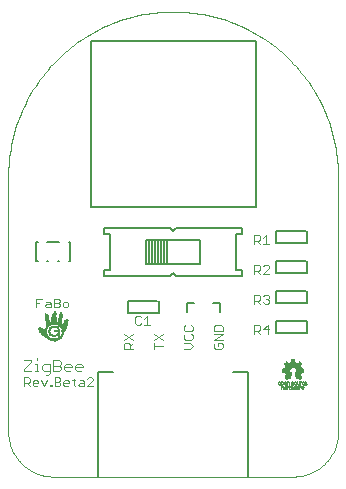
<source format=gto>
G75*
%MOIN*%
%OFA0B0*%
%FSLAX25Y25*%
%IPPOS*%
%LPD*%
%AMOC8*
5,1,8,0,0,1.08239X$1,22.5*
%
%ADD10C,0.00300*%
%ADD11C,0.00800*%
%ADD12C,0.00500*%
%ADD13C,0.00000*%
%ADD14C,0.00600*%
%ADD15R,0.00506X0.00023*%
%ADD16R,0.00920X0.00023*%
%ADD17R,0.01219X0.00023*%
%ADD18R,0.01426X0.00023*%
%ADD19R,0.01633X0.00023*%
%ADD20R,0.01817X0.00023*%
%ADD21R,0.01955X0.00023*%
%ADD22R,0.02116X0.00023*%
%ADD23R,0.02231X0.00023*%
%ADD24R,0.02369X0.00023*%
%ADD25R,0.02484X0.00023*%
%ADD26R,0.02599X0.00023*%
%ADD27R,0.02714X0.00023*%
%ADD28R,0.02806X0.00023*%
%ADD29R,0.02875X0.00023*%
%ADD30R,0.02990X0.00023*%
%ADD31R,0.03082X0.00023*%
%ADD32R,0.03197X0.00023*%
%ADD33R,0.03266X0.00023*%
%ADD34R,0.03358X0.00023*%
%ADD35R,0.03427X0.00023*%
%ADD36R,0.03519X0.00023*%
%ADD37R,0.03588X0.00023*%
%ADD38R,0.03680X0.00023*%
%ADD39R,0.03749X0.00023*%
%ADD40R,0.03818X0.00023*%
%ADD41R,0.03887X0.00023*%
%ADD42R,0.03979X0.00023*%
%ADD43R,0.04048X0.00023*%
%ADD44R,0.04117X0.00023*%
%ADD45R,0.04163X0.00023*%
%ADD46R,0.04232X0.00023*%
%ADD47R,0.04301X0.00023*%
%ADD48R,0.02024X0.00023*%
%ADD49R,0.01748X0.00023*%
%ADD50R,0.01886X0.00023*%
%ADD51R,0.01587X0.00023*%
%ADD52R,0.01794X0.00023*%
%ADD53R,0.01518X0.00023*%
%ADD54R,0.01771X0.00023*%
%ADD55R,0.01426X0.00023*%
%ADD56R,0.01702X0.00023*%
%ADD57R,0.01380X0.00023*%
%ADD58R,0.01656X0.00023*%
%ADD59R,0.01334X0.00023*%
%ADD60R,0.01610X0.00023*%
%ADD61R,0.01288X0.00023*%
%ADD62R,0.01610X0.00023*%
%ADD63R,0.01242X0.00023*%
%ADD64R,0.01564X0.00023*%
%ADD65R,0.01564X0.00023*%
%ADD66R,0.01173X0.00023*%
%ADD67R,0.01518X0.00023*%
%ADD68R,0.01150X0.00023*%
%ADD69R,0.01127X0.00023*%
%ADD70R,0.01495X0.00023*%
%ADD71R,0.01081X0.00023*%
%ADD72R,0.01472X0.00023*%
%ADD73R,0.01081X0.00023*%
%ADD74R,0.01058X0.00023*%
%ADD75R,0.01472X0.00023*%
%ADD76R,0.01035X0.00023*%
%ADD77R,0.01012X0.00023*%
%ADD78R,0.01449X0.00023*%
%ADD79R,0.00989X0.00023*%
%ADD80R,0.01449X0.00023*%
%ADD81R,0.00966X0.00023*%
%ADD82R,0.00966X0.00023*%
%ADD83R,0.00943X0.00023*%
%ADD84R,0.00920X0.00023*%
%ADD85R,0.00897X0.00023*%
%ADD86R,0.01426X0.00023*%
%ADD87R,0.00874X0.00023*%
%ADD88R,0.00874X0.00023*%
%ADD89R,0.00851X0.00023*%
%ADD90R,0.00851X0.00023*%
%ADD91R,0.00828X0.00023*%
%ADD92R,0.00828X0.00023*%
%ADD93R,0.00782X0.00023*%
%ADD94R,0.01495X0.00023*%
%ADD95R,0.00805X0.00023*%
%ADD96R,0.00253X0.00023*%
%ADD97R,0.00644X0.00023*%
%ADD98R,0.00805X0.00023*%
%ADD99R,0.00759X0.00023*%
%ADD100R,0.00644X0.00023*%
%ADD101R,0.00782X0.00023*%
%ADD102R,0.01081X0.00023*%
%ADD103R,0.00667X0.00023*%
%ADD104R,0.01288X0.00023*%
%ADD105R,0.00690X0.00023*%
%ADD106R,0.01633X0.00023*%
%ADD107R,0.00690X0.00023*%
%ADD108R,0.00759X0.00023*%
%ADD109R,0.01541X0.00023*%
%ADD110R,0.01771X0.00023*%
%ADD111R,0.00713X0.00023*%
%ADD112R,0.00759X0.00023*%
%ADD113R,0.01541X0.00023*%
%ADD114R,0.01909X0.00023*%
%ADD115R,0.00713X0.00023*%
%ADD116R,0.02001X0.00023*%
%ADD117R,0.00736X0.00023*%
%ADD118R,0.02139X0.00023*%
%ADD119R,0.00736X0.00023*%
%ADD120R,0.01587X0.00023*%
%ADD121R,0.02300X0.00023*%
%ADD122R,0.01587X0.00023*%
%ADD123R,0.02392X0.00023*%
%ADD124R,0.00759X0.00023*%
%ADD125R,0.03220X0.00023*%
%ADD126R,0.03243X0.00023*%
%ADD127R,0.03289X0.00023*%
%ADD128R,0.01426X0.00023*%
%ADD129R,0.01219X0.00023*%
%ADD130R,0.01173X0.00023*%
%ADD131R,0.01104X0.00023*%
%ADD132R,0.01357X0.00023*%
%ADD133R,0.01679X0.00023*%
%ADD134R,0.01081X0.00023*%
%ADD135R,0.01702X0.00023*%
%ADD136R,0.01173X0.00023*%
%ADD137R,0.01127X0.00023*%
%ADD138R,0.01725X0.00023*%
%ADD139R,0.00989X0.00023*%
%ADD140R,0.01725X0.00023*%
%ADD141R,0.00943X0.00023*%
%ADD142R,0.01058X0.00023*%
%ADD143R,0.01035X0.00023*%
%ADD144R,0.01748X0.00023*%
%ADD145R,0.00943X0.00023*%
%ADD146R,0.01817X0.00023*%
%ADD147R,0.01817X0.00023*%
%ADD148R,0.01840X0.00023*%
%ADD149R,0.00897X0.00023*%
%ADD150R,0.01840X0.00023*%
%ADD151R,0.01863X0.00023*%
%ADD152R,0.01886X0.00023*%
%ADD153R,0.00851X0.00023*%
%ADD154R,0.01909X0.00023*%
%ADD155R,0.00828X0.00023*%
%ADD156R,0.01932X0.00023*%
%ADD157R,0.01978X0.00023*%
%ADD158R,0.02001X0.00023*%
%ADD159R,0.02047X0.00023*%
%ADD160R,0.02070X0.00023*%
%ADD161R,0.02070X0.00023*%
%ADD162R,0.02093X0.00023*%
%ADD163R,0.02116X0.00023*%
%ADD164R,0.00851X0.00023*%
%ADD165R,0.02139X0.00023*%
%ADD166R,0.02162X0.00023*%
%ADD167R,0.02185X0.00023*%
%ADD168R,0.02208X0.00023*%
%ADD169R,0.02231X0.00023*%
%ADD170R,0.02254X0.00023*%
%ADD171R,0.02254X0.00023*%
%ADD172R,0.02277X0.00023*%
%ADD173R,0.02300X0.00023*%
%ADD174R,0.02323X0.00023*%
%ADD175R,0.02346X0.00023*%
%ADD176R,0.02369X0.00023*%
%ADD177R,0.02392X0.00023*%
%ADD178R,0.02392X0.00023*%
%ADD179R,0.02392X0.00023*%
%ADD180R,0.02415X0.00023*%
%ADD181R,0.02438X0.00023*%
%ADD182R,0.00920X0.00023*%
%ADD183R,0.02461X0.00023*%
%ADD184R,0.01909X0.00023*%
%ADD185R,0.02461X0.00023*%
%ADD186R,0.02484X0.00023*%
%ADD187R,0.00920X0.00023*%
%ADD188R,0.02507X0.00023*%
%ADD189R,0.02530X0.00023*%
%ADD190R,0.02553X0.00023*%
%ADD191R,0.02576X0.00023*%
%ADD192R,0.02576X0.00023*%
%ADD193R,0.01012X0.00023*%
%ADD194R,0.02599X0.00023*%
%ADD195R,0.01012X0.00023*%
%ADD196R,0.02622X0.00023*%
%ADD197R,0.02622X0.00023*%
%ADD198R,0.02645X0.00023*%
%ADD199R,0.02645X0.00023*%
%ADD200R,0.02691X0.00023*%
%ADD201R,0.02714X0.00023*%
%ADD202R,0.02737X0.00023*%
%ADD203R,0.01104X0.00023*%
%ADD204R,0.02760X0.00023*%
%ADD205R,0.02760X0.00023*%
%ADD206R,0.01150X0.00023*%
%ADD207R,0.02783X0.00023*%
%ADD208R,0.02806X0.00023*%
%ADD209R,0.01196X0.00023*%
%ADD210R,0.02829X0.00023*%
%ADD211R,0.02852X0.00023*%
%ADD212R,0.01242X0.00023*%
%ADD213R,0.02852X0.00023*%
%ADD214R,0.01242X0.00023*%
%ADD215R,0.02875X0.00023*%
%ADD216R,0.01265X0.00023*%
%ADD217R,0.02898X0.00023*%
%ADD218R,0.02898X0.00023*%
%ADD219R,0.01334X0.00023*%
%ADD220R,0.01748X0.00023*%
%ADD221R,0.00621X0.00023*%
%ADD222R,0.00575X0.00023*%
%ADD223R,0.00552X0.00023*%
%ADD224R,0.00552X0.00023*%
%ADD225R,0.01403X0.00023*%
%ADD226R,0.00529X0.00023*%
%ADD227R,0.01403X0.00023*%
%ADD228R,0.00506X0.00023*%
%ADD229R,0.00506X0.00023*%
%ADD230R,0.00506X0.00023*%
%ADD231R,0.00483X0.00023*%
%ADD232R,0.00483X0.00023*%
%ADD233R,0.01311X0.00023*%
%ADD234R,0.00943X0.00023*%
%ADD235R,0.01564X0.00023*%
%ADD236R,0.01196X0.00023*%
%ADD237R,0.00828X0.00023*%
%ADD238R,0.00529X0.00023*%
%ADD239R,0.01748X0.00023*%
%ADD240R,0.00529X0.00023*%
%ADD241R,0.01794X0.00023*%
%ADD242R,0.00667X0.00023*%
%ADD243R,0.00575X0.00023*%
%ADD244R,0.00437X0.00023*%
%ADD245R,0.00276X0.00023*%
%ADD246R,0.00598X0.00023*%
%ADD247R,0.00621X0.00023*%
%ADD248R,0.02668X0.00023*%
%ADD249R,0.02024X0.00023*%
%ADD250R,0.02576X0.00023*%
%ADD251R,0.02047X0.00023*%
%ADD252R,0.02323X0.00023*%
%ADD253R,0.02162X0.00023*%
%ADD254R,0.02208X0.00023*%
%ADD255R,0.02001X0.00023*%
%ADD256R,0.02231X0.00023*%
%ADD257R,0.02484X0.00023*%
%ADD258R,0.02668X0.00023*%
%ADD259R,0.02737X0.00023*%
%ADD260R,0.01265X0.00023*%
%ADD261R,0.02944X0.00023*%
%ADD262R,0.02967X0.00023*%
%ADD263R,0.03013X0.00023*%
%ADD264R,0.03082X0.00023*%
%ADD265R,0.03128X0.00023*%
%ADD266R,0.03174X0.00023*%
%ADD267R,0.01679X0.00023*%
%ADD268R,0.01863X0.00023*%
%ADD269R,0.02162X0.00023*%
%ADD270R,0.02277X0.00023*%
%ADD271R,0.05129X0.00023*%
%ADD272R,0.05129X0.00023*%
%ADD273R,0.05152X0.00023*%
%ADD274R,0.05152X0.00023*%
%ADD275R,0.01656X0.00023*%
%ADD276R,0.05175X0.00023*%
%ADD277R,0.05198X0.00023*%
%ADD278R,0.05198X0.00023*%
%ADD279R,0.05221X0.00023*%
%ADD280R,0.05244X0.00023*%
%ADD281R,0.05244X0.00023*%
%ADD282R,0.05267X0.00023*%
%ADD283R,0.05290X0.00023*%
%ADD284R,0.03680X0.00023*%
%ADD285R,0.03703X0.00023*%
%ADD286R,0.03703X0.00023*%
%ADD287R,0.01495X0.00023*%
%ADD288R,0.01495X0.00023*%
%ADD289R,0.01587X0.00023*%
%ADD290R,0.01978X0.00023*%
%ADD291R,0.01955X0.00023*%
%ADD292R,0.01932X0.00023*%
%ADD293R,0.01380X0.00023*%
%ADD294R,0.01909X0.00023*%
%ADD295R,0.01357X0.00023*%
%ADD296R,0.01334X0.00023*%
%ADD297R,0.01311X0.00023*%
%ADD298R,0.01173X0.00023*%
%ADD299R,0.01403X0.00023*%
%ADD300R,0.01403X0.00023*%
%ADD301R,0.00690X0.00023*%
%ADD302R,0.00368X0.00023*%
%ADD303R,0.01334X0.00023*%
%ADD304R,0.01104X0.00023*%
%ADD305R,0.01012X0.00023*%
%ADD306R,0.00460X0.00023*%
%ADD307R,0.00414X0.00023*%
%ADD308R,0.00345X0.00023*%
%ADD309R,0.00253X0.00023*%
%ADD310R,0.00115X0.00023*%
%ADD311R,0.00667X0.00023*%
%ADD312R,0.00667X0.00023*%
%ADD313R,0.00529X0.00023*%
%ADD314R,0.00437X0.00023*%
%ADD315R,0.00391X0.00023*%
%ADD316R,0.00322X0.00023*%
%ADD317R,0.00138X0.00023*%
%ADD318R,0.00690X0.00023*%
%ADD319R,0.00437X0.00023*%
%ADD320R,0.00368X0.00023*%
%ADD321R,0.00207X0.00023*%
%ADD322R,0.00115X0.00023*%
%ADD323R,0.00260X0.00020*%
%ADD324R,0.00380X0.00020*%
%ADD325R,0.00320X0.00020*%
%ADD326R,0.00220X0.00020*%
%ADD327R,0.00240X0.00020*%
%ADD328R,0.00260X0.00020*%
%ADD329R,0.00700X0.00020*%
%ADD330R,0.00400X0.00020*%
%ADD331R,0.00240X0.00020*%
%ADD332R,0.00480X0.00020*%
%ADD333R,0.00720X0.00020*%
%ADD334R,0.00700X0.00020*%
%ADD335R,0.00540X0.00020*%
%ADD336R,0.00760X0.00020*%
%ADD337R,0.00720X0.00020*%
%ADD338R,0.00280X0.00020*%
%ADD339R,0.00740X0.00020*%
%ADD340R,0.00600X0.00020*%
%ADD341R,0.00780X0.00020*%
%ADD342R,0.00740X0.00020*%
%ADD343R,0.00280X0.00020*%
%ADD344R,0.00760X0.00020*%
%ADD345R,0.00660X0.00020*%
%ADD346R,0.00780X0.00020*%
%ADD347R,0.00300X0.00020*%
%ADD348R,0.00800X0.00020*%
%ADD349R,0.00300X0.00020*%
%ADD350R,0.00320X0.00020*%
%ADD351R,0.00820X0.00020*%
%ADD352R,0.00800X0.00020*%
%ADD353R,0.00320X0.00020*%
%ADD354R,0.00340X0.00020*%
%ADD355R,0.00840X0.00020*%
%ADD356R,0.00340X0.00020*%
%ADD357R,0.00820X0.00020*%
%ADD358R,0.00840X0.00020*%
%ADD359R,0.00820X0.00020*%
%ADD360R,0.00360X0.00020*%
%ADD361R,0.00740X0.00020*%
%ADD362R,0.00320X0.00020*%
%ADD363R,0.00380X0.00020*%
%ADD364R,0.00360X0.00020*%
%ADD365R,0.00180X0.00020*%
%ADD366R,0.00400X0.00020*%
%ADD367R,0.00120X0.00020*%
%ADD368R,0.00080X0.00020*%
%ADD369R,0.00420X0.00020*%
%ADD370R,0.00040X0.00020*%
%ADD371R,0.00440X0.00020*%
%ADD372R,0.00440X0.00020*%
%ADD373R,0.00460X0.00020*%
%ADD374R,0.00460X0.00020*%
%ADD375R,0.00480X0.00020*%
%ADD376R,0.00880X0.00020*%
%ADD377R,0.00220X0.00020*%
%ADD378R,0.00500X0.00020*%
%ADD379R,0.00880X0.00020*%
%ADD380R,0.00240X0.00020*%
%ADD381R,0.00240X0.00020*%
%ADD382R,0.00220X0.00020*%
%ADD383R,0.00220X0.00020*%
%ADD384R,0.00040X0.00020*%
%ADD385R,0.00080X0.00020*%
%ADD386R,0.00060X0.00020*%
%ADD387R,0.00340X0.00020*%
%ADD388R,0.00100X0.00020*%
%ADD389R,0.00820X0.00020*%
%ADD390R,0.00200X0.00020*%
%ADD391R,0.00620X0.00020*%
%ADD392R,0.00340X0.00020*%
%ADD393R,0.00640X0.00020*%
%ADD394R,0.00640X0.00020*%
%ADD395R,0.00660X0.00020*%
%ADD396R,0.00680X0.00020*%
%ADD397R,0.00740X0.00020*%
%ADD398R,0.00720X0.00020*%
%ADD399R,0.00620X0.00020*%
%ADD400R,0.00680X0.00020*%
%ADD401R,0.00560X0.00020*%
%ADD402R,0.00520X0.00020*%
%ADD403R,0.00560X0.00020*%
%ADD404R,0.00420X0.00020*%
%ADD405R,0.00200X0.00020*%
%ADD406R,0.00160X0.00020*%
%ADD407R,0.00180X0.00020*%
%ADD408R,0.00420X0.00020*%
%ADD409R,0.00520X0.00020*%
%ADD410R,0.00500X0.00020*%
%ADD411R,0.00580X0.00020*%
%ADD412R,0.00540X0.00020*%
%ADD413R,0.00580X0.00020*%
%ADD414R,0.00640X0.00020*%
%ADD415R,0.00600X0.00020*%
%ADD416R,0.00620X0.00020*%
%ADD417R,0.00860X0.00020*%
%ADD418R,0.00860X0.00020*%
%ADD419R,0.00120X0.00020*%
%ADD420R,0.00120X0.00020*%
%ADD421R,0.00140X0.00020*%
%ADD422R,0.00040X0.00020*%
%ADD423R,0.00060X0.00020*%
%ADD424R,0.00020X0.00020*%
%ADD425R,0.00020X0.00020*%
%ADD426R,0.00540X0.00020*%
%ADD427R,0.00520X0.00020*%
%ADD428R,0.00020X0.00020*%
%ADD429R,0.00100X0.00020*%
%ADD430R,0.00140X0.00020*%
%ADD431R,0.00160X0.00020*%
%ADD432R,0.00900X0.00020*%
%ADD433R,0.00960X0.00020*%
%ADD434R,0.00120X0.00020*%
%ADD435R,0.01000X0.00020*%
%ADD436R,0.01060X0.00020*%
%ADD437R,0.01100X0.00020*%
%ADD438R,0.01160X0.00020*%
%ADD439R,0.01200X0.00020*%
%ADD440R,0.01260X0.00020*%
%ADD441R,0.01300X0.00020*%
%ADD442R,0.00440X0.00020*%
%ADD443R,0.01840X0.00020*%
%ADD444R,0.01840X0.00020*%
%ADD445R,0.01860X0.00020*%
%ADD446R,0.01900X0.00020*%
%ADD447R,0.01920X0.00020*%
%ADD448R,0.01920X0.00020*%
%ADD449R,0.01960X0.00020*%
%ADD450R,0.01980X0.00020*%
%ADD451R,0.02000X0.00020*%
%ADD452R,0.02040X0.00020*%
%ADD453R,0.02060X0.00020*%
%ADD454R,0.02080X0.00020*%
%ADD455R,0.02100X0.00020*%
%ADD456R,0.02100X0.00020*%
%ADD457R,0.02080X0.00020*%
%ADD458R,0.02060X0.00020*%
%ADD459R,0.02040X0.00020*%
%ADD460R,0.02040X0.00020*%
%ADD461R,0.02040X0.00020*%
%ADD462R,0.02020X0.00020*%
%ADD463R,0.02020X0.00020*%
%ADD464R,0.02020X0.00020*%
%ADD465R,0.02020X0.00020*%
%ADD466R,0.02000X0.00020*%
%ADD467R,0.01980X0.00020*%
%ADD468R,0.01940X0.00020*%
%ADD469R,0.01940X0.00020*%
%ADD470R,0.01920X0.00020*%
%ADD471R,0.01920X0.00020*%
%ADD472R,0.02120X0.00020*%
%ADD473R,0.02120X0.00020*%
%ADD474R,0.02140X0.00020*%
%ADD475R,0.02140X0.00020*%
%ADD476R,0.02180X0.00020*%
%ADD477R,0.02180X0.00020*%
%ADD478R,0.02200X0.00020*%
%ADD479R,0.02220X0.00020*%
%ADD480R,0.02220X0.00020*%
%ADD481R,0.02260X0.00020*%
%ADD482R,0.02260X0.00020*%
%ADD483R,0.02240X0.00020*%
%ADD484R,0.02220X0.00020*%
%ADD485R,0.02200X0.00020*%
%ADD486R,0.02160X0.00020*%
%ADD487R,0.02160X0.00020*%
%ADD488R,0.02280X0.00020*%
%ADD489R,0.02360X0.00020*%
%ADD490R,0.02460X0.00020*%
%ADD491R,0.02540X0.00020*%
%ADD492R,0.02620X0.00020*%
%ADD493R,0.02620X0.00020*%
%ADD494R,0.02740X0.00020*%
%ADD495R,0.02820X0.00020*%
%ADD496R,0.02820X0.00020*%
%ADD497R,0.02840X0.00020*%
%ADD498R,0.02840X0.00020*%
%ADD499R,0.02800X0.00020*%
%ADD500R,0.02800X0.00020*%
%ADD501R,0.02780X0.00020*%
%ADD502R,0.02780X0.00020*%
%ADD503R,0.02760X0.00020*%
%ADD504R,0.02760X0.00020*%
%ADD505R,0.02740X0.00020*%
%ADD506R,0.02740X0.00020*%
%ADD507R,0.02740X0.00020*%
%ADD508R,0.02720X0.00020*%
%ADD509R,0.02720X0.00020*%
%ADD510R,0.02720X0.00020*%
%ADD511R,0.02720X0.00020*%
%ADD512R,0.02820X0.00020*%
%ADD513R,0.02820X0.00020*%
%ADD514R,0.02840X0.00020*%
%ADD515R,0.02840X0.00020*%
%ADD516R,0.02640X0.00020*%
%ADD517R,0.02540X0.00020*%
%ADD518R,0.02360X0.00020*%
%ADD519R,0.02220X0.00020*%
%ADD520R,0.02300X0.00020*%
%ADD521R,0.02420X0.00020*%
%ADD522R,0.05220X0.00020*%
%ADD523R,0.05180X0.00020*%
%ADD524R,0.05180X0.00020*%
%ADD525R,0.05140X0.00020*%
%ADD526R,0.05140X0.00020*%
%ADD527R,0.05100X0.00020*%
%ADD528R,0.05100X0.00020*%
%ADD529R,0.05060X0.00020*%
%ADD530R,0.05020X0.00020*%
%ADD531R,0.05020X0.00020*%
%ADD532R,0.04980X0.00020*%
%ADD533R,0.04940X0.00020*%
%ADD534R,0.04940X0.00020*%
%ADD535R,0.04900X0.00020*%
%ADD536R,0.04900X0.00020*%
%ADD537R,0.04860X0.00020*%
%ADD538R,0.04860X0.00020*%
%ADD539R,0.04980X0.00020*%
%ADD540R,0.05220X0.00020*%
%ADD541R,0.05260X0.00020*%
%ADD542R,0.05260X0.00020*%
%ADD543R,0.05300X0.00020*%
%ADD544R,0.05340X0.00020*%
%ADD545R,0.05380X0.00020*%
%ADD546R,0.05380X0.00020*%
%ADD547R,0.05420X0.00020*%
%ADD548R,0.05460X0.00020*%
%ADD549R,0.05460X0.00020*%
%ADD550R,0.05500X0.00020*%
%ADD551R,0.05540X0.00020*%
%ADD552R,0.05540X0.00020*%
%ADD553R,0.05580X0.00020*%
%ADD554R,0.05620X0.00020*%
%ADD555R,0.05660X0.00020*%
%ADD556R,0.05700X0.00020*%
%ADD557R,0.05700X0.00020*%
%ADD558R,0.05740X0.00020*%
%ADD559R,0.05780X0.00020*%
%ADD560R,0.05820X0.00020*%
%ADD561R,0.05820X0.00020*%
%ADD562R,0.05860X0.00020*%
%ADD563R,0.05900X0.00020*%
%ADD564R,0.05940X0.00020*%
%ADD565R,0.05940X0.00020*%
%ADD566R,0.05980X0.00020*%
%ADD567R,0.05900X0.00020*%
%ADD568R,0.05860X0.00020*%
%ADD569R,0.05660X0.00020*%
%ADD570R,0.01380X0.00020*%
%ADD571R,0.02700X0.00020*%
%ADD572R,0.01320X0.00020*%
%ADD573R,0.02580X0.00020*%
%ADD574R,0.01320X0.00020*%
%ADD575R,0.01280X0.00020*%
%ADD576R,0.02500X0.00020*%
%ADD577R,0.01220X0.00020*%
%ADD578R,0.02380X0.00020*%
%ADD579R,0.01220X0.00020*%
%ADD580R,0.01180X0.00020*%
%ADD581R,0.02300X0.00020*%
%ADD582R,0.01140X0.00020*%
%ADD583R,0.01120X0.00020*%
%ADD584R,0.01080X0.00020*%
%ADD585R,0.01040X0.00020*%
%ADD586R,0.00980X0.00020*%
%ADD587R,0.01900X0.00020*%
%ADD588R,0.00940X0.00020*%
%ADD589R,0.01820X0.00020*%
%ADD590R,0.00940X0.00020*%
%ADD591R,0.01700X0.00020*%
%ADD592R,0.01620X0.00020*%
%ADD593R,0.01500X0.00020*%
%ADD594R,0.01460X0.00020*%
%ADD595R,0.01420X0.00020*%
%ADD596R,0.01420X0.00020*%
%ADD597R,0.01380X0.00020*%
%ADD598R,0.01340X0.00020*%
%ADD599R,0.00140X0.00020*%
%ADD600R,0.01340X0.00020*%
%ADD601R,0.00140X0.00020*%
%ADD602R,0.01300X0.00020*%
%ADD603R,0.01260X0.00020*%
%ADD604R,0.01220X0.00020*%
%ADD605R,0.01180X0.00020*%
%ADD606R,0.01140X0.00020*%
%ADD607R,0.01140X0.00020*%
%ADD608R,0.01100X0.00020*%
D10*
X0011950Y0049156D02*
X0011950Y0052058D01*
X0013401Y0052058D01*
X0013885Y0051575D01*
X0013885Y0050607D01*
X0013401Y0050123D01*
X0011950Y0050123D01*
X0012917Y0050123D02*
X0013885Y0049156D01*
X0014897Y0049640D02*
X0014897Y0050607D01*
X0015380Y0051091D01*
X0016348Y0051091D01*
X0016831Y0050607D01*
X0016831Y0050123D01*
X0014897Y0050123D01*
X0014897Y0049640D02*
X0015380Y0049156D01*
X0016348Y0049156D01*
X0017843Y0051091D02*
X0018811Y0049156D01*
X0019778Y0051091D01*
X0020790Y0049640D02*
X0021273Y0049640D01*
X0021273Y0049156D01*
X0020790Y0049156D01*
X0020790Y0049640D01*
X0022263Y0049156D02*
X0023714Y0049156D01*
X0024198Y0049640D01*
X0024198Y0050123D01*
X0023714Y0050607D01*
X0022263Y0050607D01*
X0023714Y0050607D02*
X0024198Y0051091D01*
X0024198Y0051575D01*
X0023714Y0052058D01*
X0022263Y0052058D01*
X0022263Y0049156D01*
X0025209Y0049640D02*
X0025209Y0050607D01*
X0025693Y0051091D01*
X0026661Y0051091D01*
X0027144Y0050607D01*
X0027144Y0050123D01*
X0025209Y0050123D01*
X0025209Y0049640D02*
X0025693Y0049156D01*
X0026661Y0049156D01*
X0028156Y0051091D02*
X0029123Y0051091D01*
X0028640Y0051575D02*
X0028640Y0049640D01*
X0029123Y0049156D01*
X0030120Y0049640D02*
X0030604Y0050123D01*
X0032055Y0050123D01*
X0032055Y0050607D02*
X0032055Y0049156D01*
X0030604Y0049156D01*
X0030120Y0049640D01*
X0030604Y0051091D02*
X0031571Y0051091D01*
X0032055Y0050607D01*
X0033067Y0051575D02*
X0033550Y0052058D01*
X0034518Y0052058D01*
X0035002Y0051575D01*
X0035002Y0051091D01*
X0033067Y0049156D01*
X0035002Y0049156D01*
X0030990Y0054156D02*
X0029755Y0054156D01*
X0029138Y0054773D01*
X0029138Y0056007D01*
X0029755Y0056625D01*
X0030990Y0056625D01*
X0031607Y0056007D01*
X0031607Y0055390D01*
X0029138Y0055390D01*
X0027924Y0055390D02*
X0025455Y0055390D01*
X0025455Y0054773D02*
X0025455Y0056007D01*
X0026072Y0056625D01*
X0027306Y0056625D01*
X0027924Y0056007D01*
X0027924Y0055390D01*
X0027306Y0054156D02*
X0026072Y0054156D01*
X0025455Y0054773D01*
X0024240Y0054773D02*
X0023623Y0054156D01*
X0021772Y0054156D01*
X0021772Y0057859D01*
X0023623Y0057859D01*
X0024240Y0057242D01*
X0024240Y0056625D01*
X0023623Y0056007D01*
X0021772Y0056007D01*
X0020557Y0056625D02*
X0020557Y0053539D01*
X0019940Y0052922D01*
X0019323Y0052922D01*
X0018706Y0054156D02*
X0020557Y0054156D01*
X0018706Y0054156D02*
X0018089Y0054773D01*
X0018089Y0056007D01*
X0018706Y0056625D01*
X0020557Y0056625D01*
X0023623Y0056007D02*
X0024240Y0055390D01*
X0024240Y0054773D01*
X0016868Y0054156D02*
X0015633Y0054156D01*
X0016250Y0054156D02*
X0016250Y0056625D01*
X0015633Y0056625D01*
X0014419Y0057242D02*
X0014419Y0057859D01*
X0011950Y0057859D01*
X0014419Y0057242D02*
X0011950Y0054773D01*
X0011950Y0054156D01*
X0014419Y0054156D01*
X0016250Y0057859D02*
X0016250Y0058476D01*
X0016057Y0075406D02*
X0016057Y0078308D01*
X0017992Y0078308D01*
X0017024Y0076857D02*
X0016057Y0076857D01*
X0019003Y0075890D02*
X0019487Y0076373D01*
X0020938Y0076373D01*
X0020938Y0076857D02*
X0020938Y0075406D01*
X0019487Y0075406D01*
X0019003Y0075890D01*
X0019487Y0077341D02*
X0020455Y0077341D01*
X0020938Y0076857D01*
X0021950Y0076857D02*
X0023401Y0076857D01*
X0023885Y0076373D01*
X0023885Y0075890D01*
X0023401Y0075406D01*
X0021950Y0075406D01*
X0021950Y0078308D01*
X0023401Y0078308D01*
X0023885Y0077825D01*
X0023885Y0077341D01*
X0023401Y0076857D01*
X0024897Y0076857D02*
X0024897Y0075890D01*
X0025380Y0075406D01*
X0026348Y0075406D01*
X0026831Y0075890D01*
X0026831Y0076857D01*
X0026348Y0077341D01*
X0025380Y0077341D01*
X0024897Y0076857D01*
X0045348Y0066537D02*
X0048250Y0064602D01*
X0048250Y0063591D02*
X0047283Y0062623D01*
X0047283Y0063107D02*
X0047283Y0061656D01*
X0048250Y0061656D02*
X0045348Y0061656D01*
X0045348Y0063107D01*
X0045831Y0063591D01*
X0046799Y0063591D01*
X0047283Y0063107D01*
X0045348Y0064602D02*
X0048250Y0066537D01*
X0049659Y0069700D02*
X0049175Y0070184D01*
X0049175Y0072119D01*
X0049659Y0072602D01*
X0050626Y0072602D01*
X0051110Y0072119D01*
X0052122Y0071635D02*
X0053089Y0072602D01*
X0053089Y0069700D01*
X0052122Y0069700D02*
X0054057Y0069700D01*
X0051110Y0070184D02*
X0050626Y0069700D01*
X0049659Y0069700D01*
X0055348Y0066537D02*
X0058250Y0064602D01*
X0058250Y0066537D02*
X0055348Y0064602D01*
X0055348Y0063591D02*
X0055348Y0061656D01*
X0055348Y0062623D02*
X0058250Y0062623D01*
X0065348Y0061656D02*
X0067283Y0061656D01*
X0068250Y0062623D01*
X0067283Y0063591D01*
X0065348Y0063591D01*
X0065831Y0064602D02*
X0065348Y0065086D01*
X0065348Y0066054D01*
X0065831Y0066537D01*
X0065831Y0067549D02*
X0065348Y0068033D01*
X0065348Y0069000D01*
X0065831Y0069484D01*
X0065831Y0067549D02*
X0067766Y0067549D01*
X0068250Y0068033D01*
X0068250Y0069000D01*
X0067766Y0069484D01*
X0067766Y0066537D02*
X0068250Y0066054D01*
X0068250Y0065086D01*
X0067766Y0064602D01*
X0065831Y0064602D01*
X0075348Y0064602D02*
X0078250Y0066537D01*
X0075348Y0066537D01*
X0075348Y0067549D02*
X0075348Y0069000D01*
X0075831Y0069484D01*
X0077766Y0069484D01*
X0078250Y0069000D01*
X0078250Y0067549D01*
X0075348Y0067549D01*
X0075348Y0064602D02*
X0078250Y0064602D01*
X0077766Y0063591D02*
X0078250Y0063107D01*
X0078250Y0062140D01*
X0077766Y0061656D01*
X0075831Y0061656D01*
X0075348Y0062140D01*
X0075348Y0063107D01*
X0075831Y0063591D01*
X0076799Y0063591D02*
X0076799Y0062623D01*
X0076799Y0063591D02*
X0077766Y0063591D01*
X0088850Y0066656D02*
X0088850Y0069558D01*
X0090301Y0069558D01*
X0090785Y0069075D01*
X0090785Y0068107D01*
X0090301Y0067623D01*
X0088850Y0067623D01*
X0089817Y0067623D02*
X0090785Y0066656D01*
X0091797Y0068107D02*
X0093731Y0068107D01*
X0093248Y0066656D02*
X0093248Y0069558D01*
X0091797Y0068107D01*
X0092280Y0076656D02*
X0091797Y0077140D01*
X0092280Y0076656D02*
X0093248Y0076656D01*
X0093731Y0077140D01*
X0093731Y0077623D01*
X0093248Y0078107D01*
X0092764Y0078107D01*
X0093248Y0078107D02*
X0093731Y0078591D01*
X0093731Y0079075D01*
X0093248Y0079558D01*
X0092280Y0079558D01*
X0091797Y0079075D01*
X0090785Y0079075D02*
X0090301Y0079558D01*
X0088850Y0079558D01*
X0088850Y0076656D01*
X0088850Y0077623D02*
X0090301Y0077623D01*
X0090785Y0078107D01*
X0090785Y0079075D01*
X0089817Y0077623D02*
X0090785Y0076656D01*
X0090785Y0086656D02*
X0089817Y0087623D01*
X0090301Y0087623D02*
X0088850Y0087623D01*
X0088850Y0086656D02*
X0088850Y0089558D01*
X0090301Y0089558D01*
X0090785Y0089075D01*
X0090785Y0088107D01*
X0090301Y0087623D01*
X0091797Y0086656D02*
X0093731Y0088591D01*
X0093731Y0089075D01*
X0093248Y0089558D01*
X0092280Y0089558D01*
X0091797Y0089075D01*
X0091797Y0086656D02*
X0093731Y0086656D01*
X0093731Y0096656D02*
X0091797Y0096656D01*
X0092764Y0096656D02*
X0092764Y0099558D01*
X0091797Y0098591D01*
X0090785Y0099075D02*
X0090301Y0099558D01*
X0088850Y0099558D01*
X0088850Y0096656D01*
X0088850Y0097623D02*
X0090301Y0097623D01*
X0090785Y0098107D01*
X0090785Y0099075D01*
X0089817Y0097623D02*
X0090785Y0096656D01*
D11*
X0077312Y0076862D02*
X0077312Y0073712D01*
X0077312Y0076862D02*
X0074950Y0076862D01*
X0068650Y0076862D02*
X0066288Y0076862D01*
X0066288Y0073712D01*
D12*
X0056918Y0073537D02*
X0056918Y0077474D01*
X0056524Y0077474D02*
X0046682Y0077474D01*
X0046682Y0073537D01*
X0056918Y0073537D01*
X0060800Y0086006D02*
X0038800Y0086006D01*
X0038800Y0088006D01*
X0040800Y0088006D01*
X0040800Y0100006D01*
X0038800Y0100006D01*
X0038800Y0102006D01*
X0060800Y0102006D01*
X0061800Y0101006D01*
X0062800Y0102006D01*
X0084800Y0102006D01*
X0084800Y0100006D01*
X0082800Y0100006D01*
X0082800Y0088006D01*
X0084800Y0088006D01*
X0084800Y0086006D01*
X0062800Y0086006D01*
X0061800Y0087006D01*
X0060800Y0086006D01*
X0059800Y0090006D02*
X0059800Y0098006D01*
X0058800Y0098006D02*
X0058800Y0090006D01*
X0057800Y0090006D02*
X0057800Y0098006D01*
X0056800Y0098006D02*
X0056800Y0090006D01*
X0055800Y0090006D02*
X0055800Y0098006D01*
X0054800Y0098006D02*
X0054800Y0090006D01*
X0053800Y0090006D02*
X0053800Y0098006D01*
X0052800Y0098006D02*
X0052800Y0090006D01*
X0070800Y0090006D01*
X0070800Y0098006D01*
X0052800Y0098006D01*
X0034241Y0108947D02*
X0089359Y0108947D01*
X0089359Y0164065D01*
X0034241Y0164065D01*
X0034241Y0108947D01*
X0036800Y0054006D02*
X0041800Y0054006D01*
X0036800Y0054006D02*
X0036800Y0019006D01*
X0081800Y0054006D02*
X0086800Y0054006D01*
X0086800Y0019006D01*
X0096082Y0067037D02*
X0096082Y0070974D01*
X0106318Y0070974D01*
X0106318Y0067037D01*
X0096476Y0067037D01*
X0096082Y0077037D02*
X0106318Y0077037D01*
X0106318Y0080974D01*
X0105924Y0080974D02*
X0096082Y0080974D01*
X0096082Y0077037D01*
X0096082Y0087037D02*
X0106318Y0087037D01*
X0106318Y0090974D01*
X0105924Y0090974D02*
X0096082Y0090974D01*
X0096082Y0087037D01*
X0096082Y0097037D02*
X0106318Y0097037D01*
X0106318Y0100974D01*
X0105924Y0100974D02*
X0096082Y0100974D01*
X0096082Y0097037D01*
D13*
X0101800Y0019006D02*
X0021800Y0019006D01*
X0021438Y0019010D01*
X0021075Y0019024D01*
X0020713Y0019045D01*
X0020352Y0019076D01*
X0019992Y0019115D01*
X0019633Y0019163D01*
X0019275Y0019220D01*
X0018918Y0019285D01*
X0018563Y0019359D01*
X0018210Y0019442D01*
X0017859Y0019533D01*
X0017511Y0019632D01*
X0017165Y0019740D01*
X0016821Y0019856D01*
X0016481Y0019981D01*
X0016144Y0020113D01*
X0015810Y0020254D01*
X0015479Y0020403D01*
X0015152Y0020560D01*
X0014829Y0020724D01*
X0014510Y0020896D01*
X0014196Y0021076D01*
X0013885Y0021264D01*
X0013580Y0021459D01*
X0013279Y0021661D01*
X0012983Y0021871D01*
X0012693Y0022087D01*
X0012407Y0022311D01*
X0012127Y0022541D01*
X0011853Y0022778D01*
X0011585Y0023022D01*
X0011322Y0023272D01*
X0011066Y0023528D01*
X0010816Y0023791D01*
X0010572Y0024059D01*
X0010335Y0024333D01*
X0010105Y0024613D01*
X0009881Y0024899D01*
X0009665Y0025189D01*
X0009455Y0025485D01*
X0009253Y0025786D01*
X0009058Y0026091D01*
X0008870Y0026402D01*
X0008690Y0026716D01*
X0008518Y0027035D01*
X0008354Y0027358D01*
X0008197Y0027685D01*
X0008048Y0028016D01*
X0007907Y0028350D01*
X0007775Y0028687D01*
X0007650Y0029027D01*
X0007534Y0029371D01*
X0007426Y0029717D01*
X0007327Y0030065D01*
X0007236Y0030416D01*
X0007153Y0030769D01*
X0007079Y0031124D01*
X0007014Y0031481D01*
X0006957Y0031839D01*
X0006909Y0032198D01*
X0006870Y0032558D01*
X0006839Y0032919D01*
X0006818Y0033281D01*
X0006804Y0033644D01*
X0006800Y0034006D01*
X0006800Y0119006D01*
X0006816Y0120345D01*
X0006865Y0121684D01*
X0006947Y0123021D01*
X0007061Y0124355D01*
X0007207Y0125687D01*
X0007386Y0127014D01*
X0007597Y0128337D01*
X0007841Y0129654D01*
X0008116Y0130965D01*
X0008423Y0132268D01*
X0008762Y0133564D01*
X0009132Y0134851D01*
X0009533Y0136129D01*
X0009966Y0137397D01*
X0010429Y0138654D01*
X0010923Y0139899D01*
X0011447Y0141132D01*
X0012000Y0142351D01*
X0012584Y0143557D01*
X0013196Y0144748D01*
X0013837Y0145924D01*
X0014507Y0147084D01*
X0015205Y0148227D01*
X0015930Y0149353D01*
X0016683Y0150461D01*
X0017462Y0151551D01*
X0018268Y0152621D01*
X0019099Y0153671D01*
X0019956Y0154700D01*
X0020838Y0155709D01*
X0021743Y0156695D01*
X0022673Y0157659D01*
X0023626Y0158601D01*
X0024601Y0159519D01*
X0025599Y0160412D01*
X0026618Y0161282D01*
X0027658Y0162126D01*
X0028718Y0162944D01*
X0029798Y0163737D01*
X0030896Y0164503D01*
X0032014Y0165242D01*
X0033148Y0165954D01*
X0034300Y0166637D01*
X0035468Y0167293D01*
X0036652Y0167920D01*
X0037850Y0168518D01*
X0039063Y0169086D01*
X0040289Y0169625D01*
X0041528Y0170134D01*
X0042779Y0170612D01*
X0044042Y0171060D01*
X0045314Y0171477D01*
X0046597Y0171863D01*
X0047889Y0172218D01*
X0049189Y0172541D01*
X0050496Y0172832D01*
X0051810Y0173091D01*
X0053130Y0173318D01*
X0054455Y0173513D01*
X0055785Y0173676D01*
X0057118Y0173806D01*
X0058453Y0173904D01*
X0059791Y0173969D01*
X0061130Y0174002D01*
X0062470Y0174002D01*
X0063809Y0173969D01*
X0065147Y0173904D01*
X0066482Y0173806D01*
X0067815Y0173676D01*
X0069145Y0173513D01*
X0070470Y0173318D01*
X0071790Y0173091D01*
X0073104Y0172832D01*
X0074411Y0172541D01*
X0075711Y0172218D01*
X0077003Y0171863D01*
X0078286Y0171477D01*
X0079558Y0171060D01*
X0080821Y0170612D01*
X0082072Y0170134D01*
X0083311Y0169625D01*
X0084537Y0169086D01*
X0085750Y0168518D01*
X0086948Y0167920D01*
X0088132Y0167293D01*
X0089300Y0166637D01*
X0090452Y0165954D01*
X0091586Y0165242D01*
X0092704Y0164503D01*
X0093802Y0163737D01*
X0094882Y0162944D01*
X0095942Y0162126D01*
X0096982Y0161282D01*
X0098001Y0160412D01*
X0098999Y0159519D01*
X0099974Y0158601D01*
X0100927Y0157659D01*
X0101857Y0156695D01*
X0102762Y0155709D01*
X0103644Y0154700D01*
X0104501Y0153671D01*
X0105332Y0152621D01*
X0106138Y0151551D01*
X0106917Y0150461D01*
X0107670Y0149353D01*
X0108395Y0148227D01*
X0109093Y0147084D01*
X0109763Y0145924D01*
X0110404Y0144748D01*
X0111016Y0143557D01*
X0111600Y0142351D01*
X0112153Y0141132D01*
X0112677Y0139899D01*
X0113171Y0138654D01*
X0113634Y0137397D01*
X0114067Y0136129D01*
X0114468Y0134851D01*
X0114838Y0133564D01*
X0115177Y0132268D01*
X0115484Y0130965D01*
X0115759Y0129654D01*
X0116003Y0128337D01*
X0116214Y0127014D01*
X0116393Y0125687D01*
X0116539Y0124355D01*
X0116653Y0123021D01*
X0116735Y0121684D01*
X0116784Y0120345D01*
X0116800Y0119006D01*
X0116800Y0034006D01*
X0116796Y0033644D01*
X0116782Y0033281D01*
X0116761Y0032919D01*
X0116730Y0032558D01*
X0116691Y0032198D01*
X0116643Y0031839D01*
X0116586Y0031481D01*
X0116521Y0031124D01*
X0116447Y0030769D01*
X0116364Y0030416D01*
X0116273Y0030065D01*
X0116174Y0029717D01*
X0116066Y0029371D01*
X0115950Y0029027D01*
X0115825Y0028687D01*
X0115693Y0028350D01*
X0115552Y0028016D01*
X0115403Y0027685D01*
X0115246Y0027358D01*
X0115082Y0027035D01*
X0114910Y0026716D01*
X0114730Y0026402D01*
X0114542Y0026091D01*
X0114347Y0025786D01*
X0114145Y0025485D01*
X0113935Y0025189D01*
X0113719Y0024899D01*
X0113495Y0024613D01*
X0113265Y0024333D01*
X0113028Y0024059D01*
X0112784Y0023791D01*
X0112534Y0023528D01*
X0112278Y0023272D01*
X0112015Y0023022D01*
X0111747Y0022778D01*
X0111473Y0022541D01*
X0111193Y0022311D01*
X0110907Y0022087D01*
X0110617Y0021871D01*
X0110321Y0021661D01*
X0110020Y0021459D01*
X0109715Y0021264D01*
X0109404Y0021076D01*
X0109090Y0020896D01*
X0108771Y0020724D01*
X0108448Y0020560D01*
X0108121Y0020403D01*
X0107790Y0020254D01*
X0107456Y0020113D01*
X0107119Y0019981D01*
X0106779Y0019856D01*
X0106435Y0019740D01*
X0106089Y0019632D01*
X0105741Y0019533D01*
X0105390Y0019442D01*
X0105037Y0019359D01*
X0104682Y0019285D01*
X0104325Y0019220D01*
X0103967Y0019163D01*
X0103608Y0019115D01*
X0103248Y0019076D01*
X0102887Y0019045D01*
X0102525Y0019024D01*
X0102162Y0019010D01*
X0101800Y0019006D01*
D14*
X0027398Y0090817D02*
X0027028Y0090817D01*
X0027398Y0090817D02*
X0027398Y0097195D01*
X0027028Y0097195D01*
X0023855Y0097195D02*
X0019745Y0097195D01*
X0016572Y0097195D02*
X0016202Y0097195D01*
X0016202Y0090817D01*
X0016572Y0090817D01*
X0019745Y0090817D02*
X0020115Y0090817D01*
X0023485Y0090817D02*
X0023855Y0090817D01*
D15*
X0022239Y0064006D03*
D16*
X0022239Y0064029D03*
X0020767Y0066283D03*
X0020767Y0068100D03*
X0020882Y0068261D03*
X0017432Y0068376D03*
X0024171Y0065248D03*
X0024217Y0065294D03*
X0025160Y0067157D03*
X0024424Y0073114D03*
D17*
X0022228Y0073045D03*
X0019698Y0071941D03*
X0021423Y0068606D03*
X0023355Y0066053D03*
X0023792Y0064949D03*
X0022228Y0064052D03*
X0025241Y0067709D03*
D18*
X0026103Y0070469D03*
X0024286Y0072148D03*
X0024286Y0072194D03*
X0022193Y0072608D03*
X0022193Y0072654D03*
X0019870Y0070975D03*
X0019893Y0070883D03*
X0019893Y0070837D03*
X0019939Y0070676D03*
X0022239Y0064075D03*
D19*
X0022228Y0064098D03*
X0019123Y0065961D03*
X0020273Y0069411D03*
X0022113Y0071872D03*
X0022113Y0071918D03*
X0025839Y0069825D03*
X0025862Y0069848D03*
D20*
X0023056Y0065938D03*
X0022228Y0064121D03*
X0017697Y0067870D03*
X0022021Y0070860D03*
X0022021Y0070906D03*
X0022021Y0070952D03*
D21*
X0021998Y0070423D03*
X0021998Y0070400D03*
X0020411Y0069526D03*
X0022228Y0064144D03*
D22*
X0022216Y0064167D03*
X0025184Y0068721D03*
D23*
X0021998Y0065800D03*
X0022205Y0064190D03*
D24*
X0022205Y0064213D03*
D25*
X0022193Y0064236D03*
D26*
X0022205Y0064259D03*
X0018295Y0067295D03*
X0025057Y0069066D03*
D27*
X0022216Y0068629D03*
X0022194Y0064282D03*
X0018260Y0067479D03*
D28*
X0018238Y0067640D03*
X0018238Y0067686D03*
X0022194Y0064305D03*
D29*
X0022182Y0064328D03*
X0024988Y0069227D03*
D30*
X0022170Y0064351D03*
D31*
X0022170Y0064374D03*
D32*
X0022159Y0064397D03*
D33*
X0022148Y0064420D03*
D34*
X0022148Y0064443D03*
D35*
X0022136Y0064466D03*
D36*
X0022136Y0064489D03*
D37*
X0022124Y0064512D03*
D38*
X0022124Y0064535D03*
X0022791Y0070078D03*
D39*
X0022113Y0064558D03*
D40*
X0022101Y0064581D03*
D41*
X0022090Y0064604D03*
D42*
X0022090Y0064627D03*
D43*
X0022078Y0064650D03*
D44*
X0022067Y0064673D03*
D45*
X0022067Y0064696D03*
D46*
X0022055Y0064719D03*
D47*
X0022044Y0064742D03*
D48*
X0020859Y0064765D03*
X0018674Y0066536D03*
X0022009Y0070239D03*
D49*
X0018950Y0066168D03*
X0023343Y0064765D03*
D50*
X0020767Y0064788D03*
X0018813Y0066352D03*
X0023021Y0067410D03*
X0022009Y0070584D03*
X0022009Y0070653D03*
D51*
X0022136Y0072102D03*
X0022136Y0072171D03*
X0023953Y0070492D03*
X0023907Y0070331D03*
X0023861Y0070170D03*
X0023447Y0064788D03*
X0017582Y0067985D03*
D52*
X0020353Y0069480D03*
X0022032Y0070975D03*
X0022032Y0070998D03*
X0022032Y0071044D03*
X0025620Y0069457D03*
X0020675Y0064811D03*
D53*
X0020215Y0065018D03*
X0023504Y0064811D03*
X0020215Y0069365D03*
X0020077Y0070239D03*
X0020054Y0070262D03*
X0022170Y0072401D03*
X0022170Y0072447D03*
X0024217Y0071780D03*
X0024217Y0071757D03*
X0024217Y0071711D03*
X0024194Y0071665D03*
X0024194Y0071619D03*
X0024171Y0071504D03*
X0026034Y0070262D03*
D54*
X0025655Y0069503D03*
X0022044Y0071113D03*
X0022044Y0071159D03*
X0020618Y0064834D03*
D55*
X0023573Y0064834D03*
X0019916Y0070791D03*
D56*
X0022078Y0071504D03*
X0022078Y0071550D03*
X0022078Y0071573D03*
X0025735Y0069618D03*
X0020560Y0064857D03*
X0019020Y0066076D03*
D57*
X0017502Y0068123D03*
X0019824Y0071182D03*
X0019824Y0071205D03*
X0019802Y0071251D03*
X0019802Y0071297D03*
X0022216Y0072769D03*
X0024309Y0072355D03*
X0024309Y0072332D03*
X0025252Y0067962D03*
X0023620Y0064857D03*
D58*
X0025252Y0068307D03*
X0025805Y0069733D03*
X0025827Y0069779D03*
X0023734Y0069526D03*
X0022102Y0071757D03*
X0022102Y0071780D03*
X0022102Y0071826D03*
X0017616Y0067939D03*
X0019088Y0066007D03*
X0020491Y0064880D03*
D59*
X0023666Y0064880D03*
X0025252Y0067893D03*
X0022262Y0068905D03*
X0022216Y0072861D03*
X0019755Y0071573D03*
X0019755Y0071550D03*
D60*
X0022124Y0072010D03*
X0022124Y0072056D03*
X0023872Y0070216D03*
X0025873Y0069871D03*
X0025896Y0069917D03*
X0025252Y0068238D03*
X0020445Y0064903D03*
X0019180Y0065892D03*
X0019134Y0065938D03*
D61*
X0017478Y0068192D03*
X0019732Y0071688D03*
X0019732Y0071734D03*
X0024355Y0072585D03*
X0024355Y0072631D03*
X0025252Y0067824D03*
X0023711Y0064903D03*
D62*
X0025252Y0068261D03*
X0025873Y0069894D03*
X0025896Y0069940D03*
X0025920Y0069986D03*
X0023872Y0070193D03*
X0022124Y0071964D03*
X0022124Y0071987D03*
X0022124Y0072033D03*
X0017593Y0067962D03*
X0019157Y0065915D03*
X0020399Y0064926D03*
D63*
X0023757Y0064926D03*
X0022239Y0073022D03*
D64*
X0020353Y0064949D03*
D65*
X0020308Y0064972D03*
X0019273Y0065800D03*
X0020123Y0070101D03*
X0020101Y0070147D03*
X0022148Y0072194D03*
X0022148Y0072240D03*
X0022262Y0068882D03*
X0023919Y0070354D03*
X0023941Y0070423D03*
X0023941Y0070469D03*
X0023965Y0070515D03*
X0023965Y0070561D03*
X0023987Y0070607D03*
X0023987Y0070630D03*
X0024010Y0070722D03*
X0024034Y0070814D03*
X0024034Y0070837D03*
X0024056Y0070929D03*
X0024080Y0071044D03*
X0025942Y0070055D03*
X0025942Y0070032D03*
X0025966Y0070101D03*
X0025988Y0070147D03*
X0025252Y0068215D03*
X0023183Y0065961D03*
D66*
X0023838Y0064972D03*
X0025241Y0067640D03*
D67*
X0025252Y0068146D03*
X0026011Y0070216D03*
X0024171Y0071481D03*
X0024171Y0071527D03*
X0024194Y0071596D03*
X0024194Y0071642D03*
X0024217Y0071734D03*
X0022170Y0072378D03*
X0022170Y0072424D03*
X0020054Y0070285D03*
X0020077Y0070216D03*
X0017547Y0068031D03*
X0019364Y0065685D03*
X0020261Y0064995D03*
D68*
X0023022Y0068606D03*
X0025230Y0067617D03*
X0025230Y0067571D03*
X0023873Y0064995D03*
X0019663Y0072102D03*
X0022240Y0073160D03*
X0024402Y0072838D03*
D69*
X0024390Y0072861D03*
X0021354Y0068583D03*
X0019652Y0072194D03*
X0023907Y0065018D03*
D70*
X0020181Y0065041D03*
X0019491Y0065570D03*
X0019445Y0065616D03*
X0020020Y0070377D03*
X0024206Y0071688D03*
D71*
X0023930Y0065041D03*
D72*
X0022009Y0065662D03*
X0020146Y0065064D03*
X0020101Y0065087D03*
X0020031Y0065133D03*
X0019617Y0065455D03*
X0019571Y0065501D03*
X0017548Y0068054D03*
X0020009Y0070423D03*
X0019985Y0070515D03*
X0022194Y0072539D03*
X0024263Y0072033D03*
X0024263Y0071987D03*
X0024241Y0071918D03*
X0023849Y0069457D03*
X0025252Y0068100D03*
X0026058Y0070354D03*
X0026080Y0070400D03*
D73*
X0025218Y0067479D03*
X0023953Y0065064D03*
X0019629Y0072286D03*
X0017444Y0068307D03*
D74*
X0020009Y0069089D03*
X0021251Y0068537D03*
X0023987Y0065087D03*
X0025206Y0067433D03*
X0022239Y0073275D03*
X0019617Y0072355D03*
X0019617Y0072332D03*
D75*
X0019963Y0070584D03*
X0019985Y0070492D03*
X0020009Y0070446D03*
X0020192Y0069342D03*
X0019548Y0065524D03*
X0019595Y0065478D03*
X0020077Y0065110D03*
X0024241Y0071895D03*
X0024241Y0071941D03*
X0024263Y0072010D03*
X0026058Y0070331D03*
X0025252Y0068077D03*
D76*
X0025195Y0067341D03*
X0024022Y0065110D03*
X0023148Y0068560D03*
X0019997Y0069066D03*
X0021009Y0066053D03*
X0024413Y0072999D03*
D77*
X0024424Y0073022D03*
X0019985Y0069043D03*
X0017432Y0068330D03*
X0020974Y0066076D03*
X0024056Y0065133D03*
X0019617Y0072401D03*
D78*
X0019928Y0070745D03*
X0019928Y0070699D03*
X0019951Y0070653D03*
X0019974Y0070538D03*
X0022182Y0072585D03*
X0024275Y0072102D03*
X0024275Y0072056D03*
X0026069Y0070377D03*
X0023240Y0065984D03*
X0019997Y0065156D03*
X0019928Y0065202D03*
X0019836Y0065271D03*
X0019790Y0065317D03*
X0019721Y0065363D03*
X0019675Y0065409D03*
X0017536Y0068077D03*
D79*
X0019974Y0069020D03*
X0021101Y0068445D03*
X0020940Y0066099D03*
X0023470Y0066191D03*
X0024068Y0065156D03*
X0026253Y0070952D03*
X0024413Y0073045D03*
X0019606Y0072470D03*
X0019606Y0072424D03*
D80*
X0019905Y0070814D03*
X0019928Y0070722D03*
X0019951Y0070630D03*
X0019951Y0070607D03*
X0019974Y0070561D03*
X0022182Y0072562D03*
X0024275Y0072125D03*
X0024275Y0072079D03*
X0026092Y0070423D03*
X0025264Y0068054D03*
X0019974Y0065179D03*
X0019905Y0065225D03*
X0019882Y0065248D03*
X0019813Y0065294D03*
X0019698Y0065386D03*
X0019652Y0065432D03*
D81*
X0020928Y0068307D03*
X0020952Y0068330D03*
X0020998Y0068376D03*
X0023481Y0066214D03*
X0024102Y0065179D03*
X0025184Y0067226D03*
X0025184Y0067272D03*
X0024424Y0073068D03*
X0019595Y0072493D03*
D82*
X0022239Y0073367D03*
X0021020Y0068399D03*
X0020974Y0068353D03*
X0017432Y0068353D03*
X0024125Y0065202D03*
X0025184Y0067249D03*
D83*
X0025172Y0067180D03*
X0023493Y0066237D03*
X0024160Y0065225D03*
X0023240Y0068514D03*
X0020848Y0068215D03*
X0019951Y0068997D03*
X0020802Y0066237D03*
X0020871Y0066168D03*
X0022251Y0073390D03*
X0026276Y0070975D03*
D84*
X0025137Y0067088D03*
X0023505Y0066260D03*
X0024195Y0065271D03*
X0023252Y0068491D03*
X0020859Y0068238D03*
X0020791Y0068146D03*
X0020745Y0068077D03*
X0020791Y0066260D03*
D85*
X0020756Y0066306D03*
X0020710Y0066352D03*
X0020595Y0067778D03*
X0020618Y0067824D03*
X0020641Y0067870D03*
X0020664Y0067916D03*
X0020687Y0067985D03*
X0023516Y0066306D03*
X0024252Y0065317D03*
X0025126Y0067042D03*
X0019583Y0072585D03*
D86*
X0019916Y0070768D03*
X0020170Y0069319D03*
X0019755Y0065340D03*
D87*
X0020652Y0066490D03*
X0020629Y0066536D03*
X0020606Y0066582D03*
X0020584Y0066651D03*
X0020560Y0066697D03*
X0020538Y0066812D03*
X0020514Y0066973D03*
X0020514Y0067019D03*
X0020514Y0067318D03*
X0020514Y0067364D03*
X0020514Y0067387D03*
X0020514Y0067433D03*
X0020538Y0067525D03*
X0020538Y0067548D03*
X0020560Y0067640D03*
X0020584Y0067732D03*
X0023343Y0068422D03*
X0023527Y0066329D03*
X0024309Y0065386D03*
X0024263Y0065340D03*
X0025114Y0066973D03*
X0022239Y0073436D03*
X0019571Y0072608D03*
D88*
X0019571Y0072631D03*
X0019916Y0068928D03*
X0020584Y0067709D03*
X0020560Y0067663D03*
X0020560Y0067617D03*
X0020538Y0067571D03*
X0020538Y0067502D03*
X0020514Y0067456D03*
X0020514Y0067410D03*
X0020514Y0067341D03*
X0020514Y0067295D03*
X0020514Y0066996D03*
X0020538Y0066835D03*
X0020560Y0066720D03*
X0020584Y0066628D03*
X0020606Y0066559D03*
X0020629Y0066513D03*
X0020652Y0066467D03*
X0020675Y0066421D03*
X0023320Y0068445D03*
X0023366Y0068399D03*
X0024286Y0065363D03*
X0025114Y0066996D03*
X0026287Y0071021D03*
X0017432Y0068399D03*
D89*
X0023539Y0066352D03*
X0024321Y0065409D03*
X0024436Y0073160D03*
D90*
X0023378Y0068376D03*
X0024367Y0065455D03*
X0024344Y0065432D03*
X0025103Y0066904D03*
X0025103Y0066950D03*
X0020595Y0066605D03*
X0020549Y0066743D03*
X0020549Y0066789D03*
X0020526Y0066858D03*
X0020526Y0066904D03*
X0020526Y0066950D03*
X0020503Y0067065D03*
X0020503Y0067111D03*
X0020503Y0067157D03*
X0020503Y0067180D03*
X0020503Y0067226D03*
X0020503Y0067272D03*
X0020526Y0067479D03*
X0019905Y0068905D03*
D91*
X0024378Y0065478D03*
D92*
X0024402Y0065501D03*
X0023551Y0066398D03*
X0025069Y0066812D03*
X0025091Y0066858D03*
X0023412Y0068330D03*
X0026287Y0071044D03*
D93*
X0024447Y0073252D03*
X0023527Y0068077D03*
X0023550Y0068031D03*
X0023550Y0067985D03*
X0023550Y0067916D03*
X0023573Y0066628D03*
X0023573Y0066559D03*
X0023573Y0066513D03*
X0024493Y0065616D03*
X0024424Y0065524D03*
X0025022Y0066674D03*
X0025045Y0066720D03*
X0019847Y0068813D03*
D94*
X0020043Y0070308D03*
X0020043Y0070354D03*
X0019997Y0070469D03*
X0022182Y0072493D03*
X0024229Y0071872D03*
X0024229Y0071826D03*
X0026046Y0070308D03*
X0025264Y0068123D03*
X0019514Y0065547D03*
X0019468Y0065593D03*
X0019422Y0065639D03*
X0019399Y0065662D03*
D95*
X0017421Y0068422D03*
X0019859Y0068836D03*
X0023470Y0068261D03*
X0023493Y0068215D03*
X0023539Y0068054D03*
X0023562Y0067893D03*
X0023562Y0066490D03*
X0023562Y0066444D03*
X0024436Y0065547D03*
X0025034Y0066697D03*
X0025057Y0066789D03*
X0019560Y0072700D03*
D96*
X0024482Y0073528D03*
X0022021Y0065570D03*
D97*
X0019778Y0068652D03*
X0019548Y0072838D03*
X0023642Y0065570D03*
D98*
X0024459Y0065570D03*
X0023562Y0066467D03*
X0025057Y0066766D03*
X0023516Y0068146D03*
X0023493Y0068192D03*
X0023470Y0068238D03*
X0023447Y0068284D03*
X0019560Y0072677D03*
D99*
X0019560Y0072723D03*
X0019836Y0068790D03*
X0022021Y0065593D03*
X0023585Y0066697D03*
X0023585Y0066743D03*
X0023585Y0066789D03*
X0023585Y0066812D03*
X0023585Y0066858D03*
X0023585Y0066904D03*
X0023585Y0066950D03*
X0023585Y0066973D03*
X0023585Y0067019D03*
X0023585Y0067065D03*
X0024942Y0066444D03*
X0024965Y0066490D03*
X0024528Y0065662D03*
D100*
X0023642Y0065593D03*
X0019364Y0067893D03*
X0019755Y0068629D03*
D101*
X0022239Y0073505D03*
X0024447Y0073229D03*
X0023504Y0068169D03*
X0023527Y0068123D03*
X0023527Y0068100D03*
X0023550Y0068008D03*
X0023550Y0067962D03*
X0023550Y0067939D03*
X0023573Y0066651D03*
X0023573Y0066605D03*
X0023573Y0066582D03*
X0023573Y0066536D03*
X0024470Y0065593D03*
X0024516Y0065639D03*
X0024999Y0066605D03*
X0025022Y0066651D03*
X0025045Y0066743D03*
D102*
X0025218Y0067456D03*
X0025218Y0067502D03*
X0022274Y0068928D03*
X0021285Y0068560D03*
X0022021Y0065616D03*
X0019629Y0072309D03*
D103*
X0023631Y0065616D03*
D104*
X0023320Y0066030D03*
X0022009Y0065639D03*
X0020123Y0069250D03*
X0019732Y0071665D03*
X0019732Y0071711D03*
X0022216Y0072930D03*
X0024355Y0072608D03*
X0026172Y0070676D03*
X0025252Y0067847D03*
D105*
X0023620Y0065662D03*
X0023620Y0065639D03*
X0019802Y0068698D03*
D106*
X0019100Y0065984D03*
X0021998Y0065685D03*
X0025241Y0068284D03*
X0025839Y0069802D03*
X0022113Y0071849D03*
X0022113Y0071895D03*
X0022113Y0071941D03*
D107*
X0019548Y0072792D03*
X0023620Y0065685D03*
D108*
X0024551Y0065685D03*
X0024574Y0065731D03*
X0024988Y0066559D03*
X0026299Y0071067D03*
X0022251Y0073528D03*
D109*
X0022159Y0072355D03*
X0022159Y0072332D03*
X0022159Y0072286D03*
X0020089Y0070193D03*
X0017559Y0068008D03*
X0019307Y0065754D03*
X0019353Y0065708D03*
X0023815Y0069480D03*
X0023999Y0070676D03*
X0024022Y0070768D03*
X0024045Y0070883D03*
X0024068Y0070975D03*
X0024068Y0070998D03*
X0024091Y0071090D03*
X0024091Y0071136D03*
X0024114Y0071182D03*
X0024114Y0071205D03*
X0024114Y0071251D03*
X0024137Y0071297D03*
X0024137Y0071343D03*
X0024160Y0071389D03*
X0024160Y0071412D03*
X0024160Y0071458D03*
X0024183Y0071550D03*
X0024183Y0071573D03*
X0026000Y0070193D03*
X0025264Y0068169D03*
D110*
X0025241Y0068422D03*
X0025632Y0069480D03*
X0022044Y0071090D03*
X0022044Y0071136D03*
X0022044Y0071182D03*
X0022044Y0071205D03*
X0021998Y0065708D03*
X0018916Y0066214D03*
D111*
X0019813Y0068744D03*
X0023608Y0065754D03*
X0023608Y0065708D03*
X0024689Y0065915D03*
X0024712Y0065961D03*
X0024735Y0066007D03*
X0024758Y0066030D03*
X0024781Y0066076D03*
X0024804Y0066122D03*
X0024827Y0066168D03*
X0024850Y0066214D03*
X0024850Y0066237D03*
X0024873Y0066283D03*
X0024896Y0066329D03*
X0024459Y0073298D03*
D112*
X0024988Y0066582D03*
X0024988Y0066536D03*
X0024551Y0065708D03*
D113*
X0025977Y0070124D03*
X0026000Y0070170D03*
X0024045Y0070860D03*
X0024045Y0070906D03*
X0024068Y0071021D03*
X0024091Y0071067D03*
X0024091Y0071113D03*
X0024114Y0071228D03*
X0024137Y0071274D03*
X0024137Y0071320D03*
X0024137Y0071366D03*
X0024160Y0071435D03*
X0024022Y0070791D03*
X0022159Y0072309D03*
X0020089Y0070170D03*
X0020112Y0070124D03*
X0019284Y0065777D03*
X0019330Y0065731D03*
D114*
X0018755Y0066421D03*
X0021998Y0065731D03*
D115*
X0023608Y0065731D03*
X0024643Y0065846D03*
X0024758Y0066053D03*
X0024781Y0066099D03*
X0024804Y0066145D03*
X0024827Y0066191D03*
X0019813Y0068721D03*
D116*
X0021998Y0070262D03*
X0021998Y0070308D03*
X0021998Y0065754D03*
X0018709Y0066490D03*
X0025195Y0068629D03*
D117*
X0024930Y0066398D03*
X0024908Y0066375D03*
X0024655Y0065869D03*
X0024631Y0065823D03*
X0024609Y0065800D03*
X0024585Y0065754D03*
X0023596Y0065800D03*
X0023596Y0065823D03*
X0022285Y0068951D03*
X0022240Y0073551D03*
X0024448Y0073275D03*
X0019548Y0072769D03*
D118*
X0018594Y0066674D03*
X0021998Y0065777D03*
D119*
X0023596Y0065777D03*
X0024609Y0065777D03*
X0024677Y0065892D03*
X0024701Y0065938D03*
X0024723Y0065984D03*
X0024862Y0066260D03*
X0024884Y0066306D03*
X0024908Y0066352D03*
X0024930Y0066421D03*
X0024953Y0066467D03*
X0019824Y0068767D03*
X0019319Y0067870D03*
X0017409Y0068445D03*
X0019548Y0072746D03*
D120*
X0020135Y0070055D03*
X0019192Y0065869D03*
X0019238Y0065823D03*
X0023884Y0070239D03*
X0023884Y0070262D03*
X0023930Y0070400D03*
D121*
X0021987Y0065823D03*
D122*
X0019215Y0065846D03*
X0023769Y0069503D03*
X0025908Y0069963D03*
X0025931Y0070009D03*
D123*
X0021987Y0065846D03*
D124*
X0023585Y0065846D03*
X0023585Y0066674D03*
X0023585Y0066720D03*
X0023585Y0066766D03*
X0023585Y0066835D03*
X0023585Y0066881D03*
X0023585Y0066927D03*
X0023585Y0066996D03*
X0023585Y0067042D03*
X0024965Y0066513D03*
X0025011Y0066628D03*
D125*
X0022355Y0065869D03*
D126*
X0022343Y0065892D03*
X0024873Y0069388D03*
D127*
X0024850Y0069411D03*
X0022320Y0065915D03*
D128*
X0021365Y0065938D03*
X0023872Y0069434D03*
X0025252Y0068031D03*
X0026103Y0070446D03*
X0024286Y0072171D03*
X0024286Y0072217D03*
X0022193Y0072631D03*
X0022193Y0072677D03*
X0019870Y0070952D03*
X0019893Y0070860D03*
D129*
X0019698Y0071918D03*
X0019698Y0071964D03*
X0020089Y0069204D03*
X0017467Y0068215D03*
X0021216Y0065961D03*
X0025241Y0067732D03*
X0024367Y0072700D03*
X0024367Y0072723D03*
X0022228Y0073068D03*
D130*
X0025241Y0067663D03*
X0021170Y0065984D03*
D131*
X0021113Y0066007D03*
X0023412Y0066122D03*
D132*
X0023286Y0066007D03*
X0025264Y0067939D03*
X0026138Y0070561D03*
X0024321Y0072401D03*
X0022205Y0072815D03*
X0019790Y0071412D03*
X0019790Y0071389D03*
X0019790Y0071343D03*
X0020135Y0069273D03*
D133*
X0022090Y0071619D03*
X0022090Y0071665D03*
X0022090Y0071711D03*
X0025770Y0069687D03*
X0025770Y0069664D03*
X0025241Y0068330D03*
X0019054Y0066030D03*
D134*
X0021055Y0066030D03*
X0023102Y0068583D03*
X0026230Y0070883D03*
X0024413Y0072930D03*
D135*
X0022078Y0071527D03*
X0022078Y0071481D03*
X0025712Y0069595D03*
X0019042Y0066053D03*
X0018996Y0066099D03*
X0017639Y0067916D03*
D136*
X0019675Y0072033D03*
X0019675Y0072079D03*
X0023378Y0066076D03*
X0024390Y0072815D03*
D137*
X0026230Y0070860D03*
X0023401Y0066099D03*
X0020043Y0069135D03*
X0019652Y0072171D03*
X0019652Y0072217D03*
X0017444Y0068284D03*
D138*
X0018985Y0066122D03*
X0020319Y0069457D03*
X0022067Y0071389D03*
X0022067Y0071412D03*
X0022067Y0071458D03*
X0025701Y0069572D03*
X0025241Y0068376D03*
D139*
X0023194Y0068537D03*
X0021124Y0068468D03*
X0021055Y0068422D03*
X0020917Y0066122D03*
X0019606Y0072447D03*
X0022251Y0073344D03*
D140*
X0022067Y0071435D03*
X0022067Y0071366D03*
X0022251Y0068859D03*
X0025241Y0068353D03*
X0018962Y0066145D03*
D141*
X0020848Y0066191D03*
X0020894Y0066145D03*
X0020917Y0068284D03*
X0019583Y0072516D03*
X0024436Y0073091D03*
X0025172Y0067203D03*
D142*
X0025206Y0067410D03*
X0023435Y0066145D03*
X0026241Y0070906D03*
X0024402Y0072953D03*
X0022239Y0073252D03*
D143*
X0022251Y0073298D03*
X0024413Y0072976D03*
X0026253Y0070929D03*
X0025195Y0067387D03*
X0025195Y0067364D03*
X0023447Y0066168D03*
X0021193Y0068514D03*
D144*
X0022055Y0071228D03*
X0022055Y0071274D03*
X0022055Y0071320D03*
X0018927Y0066191D03*
D145*
X0020825Y0066214D03*
D146*
X0018893Y0066237D03*
X0022021Y0070837D03*
X0022021Y0070883D03*
X0022021Y0070929D03*
X0025218Y0068468D03*
D147*
X0018870Y0066260D03*
D148*
X0018858Y0066283D03*
X0022009Y0070814D03*
D149*
X0019928Y0068951D03*
X0020779Y0068123D03*
X0020733Y0068054D03*
X0020710Y0068008D03*
X0020687Y0067962D03*
X0020664Y0067939D03*
X0020641Y0067893D03*
X0020618Y0067847D03*
X0020618Y0067801D03*
X0020595Y0067755D03*
X0020572Y0067686D03*
X0020549Y0067594D03*
X0020664Y0066444D03*
X0020687Y0066398D03*
X0020710Y0066375D03*
X0020733Y0066329D03*
X0023286Y0068468D03*
X0023516Y0066283D03*
X0025126Y0067019D03*
X0026276Y0070998D03*
X0024436Y0073137D03*
X0019583Y0072562D03*
D150*
X0018835Y0066306D03*
X0025229Y0068491D03*
X0025597Y0069434D03*
D151*
X0025218Y0068514D03*
X0023631Y0069572D03*
X0022251Y0068836D03*
X0022021Y0070722D03*
X0022021Y0070768D03*
X0018824Y0066329D03*
D152*
X0018790Y0066375D03*
X0022009Y0070607D03*
X0022009Y0070630D03*
X0022009Y0070676D03*
D153*
X0019882Y0068882D03*
X0023539Y0066375D03*
X0024436Y0073183D03*
D154*
X0025218Y0068537D03*
X0023010Y0067387D03*
X0023010Y0067364D03*
X0023010Y0067318D03*
X0023010Y0067272D03*
X0023010Y0067226D03*
X0023010Y0067180D03*
X0023010Y0067157D03*
X0023010Y0067111D03*
X0018778Y0066398D03*
D155*
X0019870Y0068859D03*
X0023551Y0066421D03*
X0025069Y0066835D03*
X0025091Y0066881D03*
X0024448Y0073206D03*
D156*
X0022009Y0070515D03*
X0022009Y0070469D03*
X0018743Y0066444D03*
X0025206Y0068583D03*
D157*
X0025206Y0068606D03*
X0023573Y0069595D03*
X0018720Y0066467D03*
D158*
X0018686Y0066513D03*
D159*
X0018663Y0066559D03*
X0020457Y0069549D03*
X0021998Y0070170D03*
X0021998Y0070216D03*
D160*
X0018652Y0066582D03*
X0025184Y0068698D03*
D161*
X0018628Y0066605D03*
D162*
X0018617Y0066628D03*
D163*
X0018605Y0066651D03*
X0022239Y0068790D03*
D164*
X0023401Y0068353D03*
X0025103Y0066927D03*
X0022251Y0073459D03*
X0020503Y0067249D03*
X0020503Y0067203D03*
X0020503Y0067134D03*
X0020503Y0067088D03*
X0020503Y0067042D03*
X0020526Y0066927D03*
X0020526Y0066881D03*
X0020549Y0066766D03*
X0020572Y0066674D03*
D165*
X0018571Y0066697D03*
X0025172Y0068744D03*
D166*
X0018559Y0066720D03*
D167*
X0018548Y0066743D03*
D168*
X0018537Y0066766D03*
X0022239Y0068767D03*
D169*
X0018525Y0066789D03*
D170*
X0018513Y0066812D03*
D171*
X0018490Y0066835D03*
D172*
X0018479Y0066858D03*
X0025149Y0068836D03*
D173*
X0025137Y0068859D03*
X0018467Y0066881D03*
D174*
X0018456Y0066904D03*
X0025126Y0068882D03*
D175*
X0018445Y0066927D03*
D176*
X0018433Y0066950D03*
X0025126Y0068905D03*
D177*
X0018421Y0066973D03*
D178*
X0018421Y0066996D03*
X0025114Y0068928D03*
D179*
X0018398Y0067019D03*
D180*
X0018387Y0067042D03*
X0022228Y0068721D03*
D181*
X0025114Y0068951D03*
X0018375Y0067065D03*
D182*
X0020813Y0068169D03*
X0019595Y0072539D03*
X0025137Y0067111D03*
X0025137Y0067065D03*
D183*
X0025103Y0068974D03*
X0018364Y0067088D03*
D184*
X0023010Y0067088D03*
X0023010Y0067134D03*
X0023010Y0067203D03*
X0023010Y0067249D03*
X0023010Y0067295D03*
X0023010Y0067341D03*
X0025218Y0068560D03*
D185*
X0020664Y0069618D03*
X0018364Y0067111D03*
D186*
X0018352Y0067134D03*
D187*
X0019939Y0068974D03*
X0020721Y0068031D03*
X0022239Y0073413D03*
X0025160Y0067134D03*
D188*
X0022228Y0068698D03*
X0018341Y0067180D03*
X0018341Y0067157D03*
D189*
X0018330Y0067203D03*
X0025091Y0069020D03*
D190*
X0025080Y0069043D03*
X0018318Y0067226D03*
D191*
X0018306Y0067249D03*
D192*
X0018306Y0067272D03*
D193*
X0021159Y0068491D03*
X0025184Y0067295D03*
D194*
X0018295Y0067318D03*
D195*
X0025184Y0067318D03*
D196*
X0018284Y0067341D03*
D197*
X0018284Y0067364D03*
D198*
X0018272Y0067387D03*
X0025057Y0069089D03*
D199*
X0018272Y0067410D03*
D200*
X0018272Y0067433D03*
D201*
X0018260Y0067456D03*
X0018260Y0067502D03*
D202*
X0018249Y0067525D03*
X0018249Y0067548D03*
D203*
X0020031Y0069112D03*
X0019640Y0072240D03*
X0022239Y0073229D03*
X0024401Y0072907D03*
X0025229Y0067548D03*
X0025229Y0067525D03*
D204*
X0018238Y0067571D03*
D205*
X0018238Y0067594D03*
X0025022Y0069158D03*
D206*
X0025230Y0067594D03*
X0026219Y0070814D03*
X0026219Y0070837D03*
X0022240Y0073137D03*
X0022240Y0073183D03*
X0019663Y0072148D03*
X0019663Y0072125D03*
X0020055Y0069158D03*
X0017455Y0068261D03*
D207*
X0018249Y0067617D03*
X0025011Y0069181D03*
D208*
X0018238Y0067663D03*
D209*
X0019686Y0071987D03*
X0022239Y0073114D03*
X0024378Y0072769D03*
X0026195Y0070768D03*
X0025229Y0067686D03*
D210*
X0018226Y0067709D03*
D211*
X0018238Y0067732D03*
X0018238Y0067755D03*
X0024999Y0069204D03*
D212*
X0025252Y0067755D03*
X0019709Y0071826D03*
X0019709Y0071872D03*
D213*
X0018238Y0067778D03*
D214*
X0019709Y0071849D03*
X0019709Y0071895D03*
X0025252Y0067778D03*
X0026195Y0070745D03*
D215*
X0018226Y0067801D03*
D216*
X0019721Y0071757D03*
X0019721Y0071780D03*
X0022228Y0072976D03*
X0024367Y0072654D03*
X0026184Y0070722D03*
X0025241Y0067801D03*
D217*
X0018238Y0067824D03*
D218*
X0018238Y0067847D03*
D219*
X0017502Y0068146D03*
X0019755Y0071527D03*
X0022216Y0072838D03*
X0022216Y0072884D03*
X0025252Y0067916D03*
X0025252Y0067870D03*
D220*
X0025666Y0069526D03*
X0022055Y0071251D03*
X0022055Y0071297D03*
X0022055Y0071343D03*
X0017663Y0067893D03*
D221*
X0019399Y0067916D03*
X0019744Y0068606D03*
X0022251Y0073620D03*
X0024459Y0073367D03*
X0026322Y0071113D03*
D222*
X0024459Y0073390D03*
X0022251Y0073643D03*
X0019721Y0068537D03*
X0019721Y0068514D03*
X0019422Y0067939D03*
D223*
X0019434Y0067962D03*
X0019686Y0068468D03*
X0019525Y0072907D03*
D224*
X0017409Y0068491D03*
X0019456Y0067985D03*
D225*
X0020158Y0069296D03*
X0019882Y0070906D03*
X0019836Y0071113D03*
X0022205Y0072746D03*
X0025264Y0067985D03*
X0026115Y0070492D03*
D226*
X0019675Y0068422D03*
X0019468Y0068008D03*
D227*
X0017513Y0068100D03*
X0019882Y0070929D03*
X0019836Y0071090D03*
X0019836Y0071136D03*
X0022205Y0072700D03*
X0022205Y0072723D03*
X0025264Y0068008D03*
X0026115Y0070515D03*
D228*
X0019663Y0068399D03*
X0019641Y0068353D03*
X0019502Y0068077D03*
X0019480Y0068031D03*
D229*
X0019502Y0068054D03*
X0024470Y0073436D03*
X0026334Y0071136D03*
D230*
X0019525Y0072930D03*
X0019617Y0068307D03*
X0019525Y0068100D03*
D231*
X0019537Y0068123D03*
X0019560Y0068169D03*
X0019583Y0068215D03*
X0019606Y0068261D03*
X0019629Y0068330D03*
X0022251Y0073689D03*
D232*
X0019606Y0068284D03*
X0019583Y0068238D03*
X0019560Y0068192D03*
X0019537Y0068146D03*
D233*
X0017490Y0068169D03*
X0019767Y0071504D03*
X0019744Y0071619D03*
X0022228Y0072907D03*
X0024344Y0072562D03*
X0024344Y0072539D03*
X0026161Y0070630D03*
D234*
X0020825Y0068192D03*
D235*
X0020238Y0069388D03*
X0020123Y0070078D03*
X0022148Y0072217D03*
X0022148Y0072263D03*
X0024102Y0071159D03*
X0024056Y0070952D03*
X0024010Y0070745D03*
X0024010Y0070699D03*
X0023987Y0070653D03*
X0023965Y0070584D03*
X0023965Y0070538D03*
X0023941Y0070446D03*
X0023919Y0070377D03*
X0023895Y0070285D03*
X0025252Y0068192D03*
X0025966Y0070078D03*
D236*
X0024378Y0072746D03*
X0022239Y0073091D03*
X0019686Y0072010D03*
X0020077Y0069181D03*
X0017455Y0068238D03*
D237*
X0019571Y0072654D03*
X0022239Y0073482D03*
X0023435Y0068307D03*
D238*
X0019652Y0068376D03*
D239*
X0023688Y0069549D03*
X0025229Y0068399D03*
X0025689Y0069549D03*
D240*
X0019675Y0068445D03*
D241*
X0022032Y0071021D03*
X0022032Y0071067D03*
X0025230Y0068445D03*
D242*
X0022251Y0073597D03*
X0019537Y0072815D03*
X0019790Y0068675D03*
X0017421Y0068468D03*
D243*
X0019698Y0068491D03*
X0019537Y0072884D03*
D244*
X0017421Y0068514D03*
D245*
X0017409Y0068537D03*
D246*
X0019732Y0068560D03*
D247*
X0019744Y0068583D03*
X0019537Y0072861D03*
D248*
X0022216Y0068652D03*
D249*
X0025184Y0068652D03*
D250*
X0022216Y0068675D03*
D251*
X0021998Y0070193D03*
X0025195Y0068675D03*
D252*
X0022228Y0068744D03*
D253*
X0025160Y0068767D03*
D254*
X0025160Y0068790D03*
X0023459Y0069618D03*
D255*
X0022251Y0068813D03*
X0021998Y0070285D03*
X0021998Y0070331D03*
D256*
X0025149Y0068813D03*
D257*
X0025091Y0068997D03*
D258*
X0025045Y0069112D03*
D259*
X0025034Y0069135D03*
D260*
X0026184Y0070699D03*
X0024367Y0072677D03*
X0022228Y0072953D03*
X0022228Y0072999D03*
X0019721Y0071803D03*
X0020112Y0069227D03*
D261*
X0024977Y0069250D03*
D262*
X0024965Y0069273D03*
D263*
X0024942Y0069296D03*
D264*
X0024930Y0069319D03*
D265*
X0024908Y0069342D03*
D266*
X0024884Y0069365D03*
D267*
X0025747Y0069641D03*
X0022090Y0071596D03*
X0022090Y0071642D03*
X0022090Y0071688D03*
X0020296Y0069434D03*
D268*
X0020388Y0069503D03*
X0022021Y0070699D03*
X0022021Y0070745D03*
X0022021Y0070791D03*
D269*
X0020514Y0069572D03*
D270*
X0020572Y0069595D03*
D271*
X0021998Y0069641D03*
D272*
X0021998Y0069664D03*
D273*
X0021986Y0069687D03*
X0021986Y0069733D03*
D274*
X0021986Y0069756D03*
X0021986Y0069710D03*
D275*
X0022102Y0071734D03*
X0022102Y0071803D03*
X0025805Y0069756D03*
X0025781Y0069710D03*
D276*
X0021998Y0069779D03*
D277*
X0021986Y0069802D03*
X0021986Y0069871D03*
D278*
X0021986Y0069848D03*
X0021986Y0069825D03*
D279*
X0021998Y0069894D03*
D280*
X0021987Y0069917D03*
X0021987Y0069963D03*
D281*
X0021987Y0069986D03*
X0021987Y0069940D03*
D282*
X0021998Y0070009D03*
D283*
X0021986Y0070032D03*
D284*
X0022791Y0070055D03*
X0022814Y0070147D03*
D285*
X0022803Y0070101D03*
D286*
X0022803Y0070124D03*
D287*
X0024252Y0071964D03*
X0026023Y0070239D03*
X0020020Y0070400D03*
D288*
X0020043Y0070331D03*
X0022182Y0072470D03*
X0022182Y0072516D03*
X0024229Y0071849D03*
X0024229Y0071803D03*
X0026046Y0070285D03*
D289*
X0023907Y0070308D03*
X0022136Y0072079D03*
X0022136Y0072125D03*
X0022136Y0072148D03*
D290*
X0022009Y0070354D03*
D291*
X0021998Y0070377D03*
X0021998Y0070446D03*
D292*
X0022009Y0070492D03*
X0022009Y0070538D03*
D293*
X0019824Y0071159D03*
X0019824Y0071228D03*
X0019802Y0071274D03*
X0019802Y0071320D03*
X0024309Y0072309D03*
X0026127Y0070538D03*
D294*
X0021998Y0070561D03*
D295*
X0022205Y0072792D03*
X0019790Y0071366D03*
X0024321Y0072378D03*
X0024321Y0072424D03*
X0026138Y0070584D03*
D296*
X0026149Y0070607D03*
X0024332Y0072447D03*
X0024332Y0072493D03*
X0019778Y0071458D03*
D297*
X0019744Y0071596D03*
X0019744Y0071642D03*
X0024344Y0072516D03*
X0026161Y0070653D03*
D298*
X0026207Y0070791D03*
X0024390Y0072792D03*
X0019675Y0072056D03*
D299*
X0019859Y0071044D03*
X0019859Y0070998D03*
X0024298Y0072240D03*
X0024298Y0072286D03*
D300*
X0024298Y0072263D03*
X0019859Y0071067D03*
X0019859Y0071021D03*
D301*
X0026310Y0071090D03*
D302*
X0026356Y0071159D03*
D303*
X0024332Y0072470D03*
X0019778Y0071481D03*
X0019778Y0071435D03*
D304*
X0019640Y0072263D03*
X0022239Y0073206D03*
X0024401Y0072884D03*
D305*
X0022239Y0073321D03*
X0019617Y0072378D03*
D306*
X0019525Y0072953D03*
D307*
X0019526Y0072976D03*
D308*
X0019514Y0072999D03*
D309*
X0019514Y0073022D03*
D310*
X0019514Y0073045D03*
D311*
X0024459Y0073321D03*
D312*
X0024459Y0073344D03*
D313*
X0024459Y0073413D03*
X0022251Y0073666D03*
D314*
X0024482Y0073459D03*
D315*
X0024482Y0073482D03*
D316*
X0024470Y0073505D03*
X0022262Y0073758D03*
D317*
X0024493Y0073551D03*
D318*
X0022239Y0073574D03*
D319*
X0022251Y0073712D03*
D320*
X0022262Y0073735D03*
D321*
X0022274Y0073781D03*
D322*
X0022274Y0073804D03*
D323*
X0097220Y0050066D03*
X0097220Y0049666D03*
X0097780Y0049666D03*
X0097800Y0049706D03*
X0097800Y0049746D03*
X0097800Y0049766D03*
X0097800Y0049806D03*
X0097800Y0049846D03*
X0097800Y0049866D03*
X0097800Y0049906D03*
X0097800Y0049946D03*
X0097800Y0049966D03*
X0097800Y0050006D03*
X0097780Y0050066D03*
X0098180Y0050006D03*
X0098180Y0049966D03*
X0098180Y0049946D03*
X0098180Y0049906D03*
X0098180Y0049866D03*
X0098180Y0049846D03*
X0098180Y0049806D03*
X0098180Y0049766D03*
X0098180Y0049746D03*
X0098180Y0049366D03*
X0098180Y0049346D03*
X0098180Y0049306D03*
X0098180Y0049266D03*
X0098180Y0049246D03*
X0098180Y0049206D03*
X0098180Y0049166D03*
X0098180Y0049146D03*
X0098180Y0049106D03*
X0098180Y0049066D03*
X0098180Y0049046D03*
X0098180Y0049006D03*
X0098180Y0048966D03*
X0098180Y0048946D03*
X0098180Y0048906D03*
X0098180Y0048866D03*
X0098180Y0048846D03*
X0098180Y0048806D03*
X0098180Y0048466D03*
X0098180Y0048446D03*
X0098180Y0048406D03*
X0098180Y0048366D03*
X0098180Y0048346D03*
X0098180Y0048306D03*
X0098180Y0048266D03*
X0098180Y0048246D03*
X0098180Y0048206D03*
X0098180Y0048166D03*
X0098180Y0048146D03*
X0098180Y0048106D03*
X0098180Y0048066D03*
X0098180Y0048046D03*
X0098180Y0048006D03*
X0098180Y0047966D03*
X0098180Y0047946D03*
X0098180Y0047906D03*
X0098180Y0047866D03*
X0098180Y0047846D03*
X0098180Y0047806D03*
X0098760Y0047806D03*
X0098760Y0047846D03*
X0098760Y0047866D03*
X0098760Y0047906D03*
X0098760Y0047946D03*
X0098760Y0047966D03*
X0098760Y0048006D03*
X0098760Y0048046D03*
X0098760Y0048066D03*
X0098760Y0048106D03*
X0098760Y0048146D03*
X0098760Y0048166D03*
X0098760Y0048206D03*
X0098760Y0048246D03*
X0098760Y0048266D03*
X0098760Y0048306D03*
X0098760Y0048346D03*
X0098760Y0048366D03*
X0098760Y0048406D03*
X0098760Y0048446D03*
X0098760Y0048466D03*
X0099120Y0048166D03*
X0099120Y0048046D03*
X0099700Y0048066D03*
X0099700Y0048106D03*
X0099700Y0048146D03*
X0099700Y0048166D03*
X0099700Y0048446D03*
X0099700Y0048466D03*
X0099700Y0048506D03*
X0099700Y0048546D03*
X0100120Y0048446D03*
X0100120Y0048406D03*
X0100120Y0048366D03*
X0100120Y0048346D03*
X0100120Y0048306D03*
X0100120Y0048266D03*
X0100120Y0048246D03*
X0100120Y0048206D03*
X0100120Y0048166D03*
X0100120Y0048146D03*
X0100120Y0048106D03*
X0100120Y0048066D03*
X0100120Y0048046D03*
X0100120Y0048006D03*
X0100120Y0047966D03*
X0100120Y0047946D03*
X0100120Y0047906D03*
X0100120Y0047866D03*
X0100120Y0047846D03*
X0100120Y0047806D03*
X0099700Y0047806D03*
X0100120Y0048766D03*
X0100120Y0048806D03*
X0100800Y0048466D03*
X0100800Y0048446D03*
X0100800Y0048406D03*
X0100800Y0048366D03*
X0100800Y0048346D03*
X0100800Y0048306D03*
X0100800Y0048266D03*
X0100800Y0048246D03*
X0100800Y0048206D03*
X0100800Y0048166D03*
X0100800Y0048146D03*
X0101380Y0048146D03*
X0101380Y0048166D03*
X0101380Y0048206D03*
X0101380Y0048246D03*
X0101380Y0048266D03*
X0101380Y0048306D03*
X0101380Y0048346D03*
X0101380Y0048366D03*
X0101380Y0048406D03*
X0101380Y0048446D03*
X0101380Y0048466D03*
X0101380Y0048806D03*
X0101380Y0048846D03*
X0101380Y0048866D03*
X0101380Y0048906D03*
X0101380Y0048946D03*
X0101380Y0048966D03*
X0101380Y0049006D03*
X0101380Y0049046D03*
X0101380Y0049066D03*
X0101380Y0049106D03*
X0101380Y0049146D03*
X0101380Y0049166D03*
X0101380Y0049206D03*
X0101760Y0049346D03*
X0101480Y0049606D03*
X0101480Y0050046D03*
X0101480Y0050066D03*
X0101480Y0050106D03*
X0102060Y0049706D03*
X0102060Y0049666D03*
X0102060Y0049646D03*
X0102380Y0049706D03*
X0102380Y0049746D03*
X0102380Y0049766D03*
X0102380Y0049806D03*
X0102380Y0049846D03*
X0102380Y0049866D03*
X0102380Y0049906D03*
X0102380Y0049946D03*
X0102380Y0049966D03*
X0102380Y0050006D03*
X0102400Y0050046D03*
X0102400Y0050066D03*
X0102400Y0049666D03*
X0102980Y0049706D03*
X0102980Y0049746D03*
X0103000Y0049846D03*
X0103000Y0049866D03*
X0103000Y0049906D03*
X0102980Y0050006D03*
X0102980Y0050046D03*
X0103360Y0050046D03*
X0103360Y0050066D03*
X0103360Y0050106D03*
X0103360Y0050146D03*
X0103360Y0050166D03*
X0103360Y0050206D03*
X0103360Y0050246D03*
X0103360Y0050266D03*
X0103360Y0050306D03*
X0103360Y0050346D03*
X0103360Y0050366D03*
X0103360Y0050006D03*
X0103360Y0049966D03*
X0103360Y0049946D03*
X0103360Y0049906D03*
X0103360Y0049866D03*
X0103360Y0049846D03*
X0103360Y0049806D03*
X0103360Y0049766D03*
X0103360Y0049746D03*
X0103960Y0049746D03*
X0103960Y0049766D03*
X0103960Y0049806D03*
X0103960Y0049846D03*
X0103960Y0049866D03*
X0103960Y0049906D03*
X0103960Y0049946D03*
X0103960Y0049966D03*
X0103960Y0050006D03*
X0103960Y0050046D03*
X0103960Y0050066D03*
X0103960Y0050106D03*
X0103960Y0050146D03*
X0103960Y0050166D03*
X0103960Y0050206D03*
X0103960Y0050246D03*
X0103960Y0050266D03*
X0103960Y0050306D03*
X0103960Y0050346D03*
X0103960Y0050366D03*
X0104380Y0050366D03*
X0104380Y0050346D03*
X0104380Y0050046D03*
X0104380Y0050006D03*
X0104380Y0049966D03*
X0104380Y0049946D03*
X0104380Y0049906D03*
X0104380Y0049866D03*
X0104380Y0049846D03*
X0104380Y0049806D03*
X0104380Y0049766D03*
X0104380Y0049746D03*
X0104380Y0049706D03*
X0104380Y0049666D03*
X0104380Y0049646D03*
X0104380Y0049606D03*
X0104380Y0049566D03*
X0104380Y0049546D03*
X0104380Y0049506D03*
X0104380Y0049466D03*
X0104380Y0049446D03*
X0104380Y0049406D03*
X0104380Y0049366D03*
X0103960Y0049366D03*
X0104120Y0048806D03*
X0104120Y0048766D03*
X0104120Y0048406D03*
X0104120Y0048366D03*
X0104120Y0048346D03*
X0104120Y0048306D03*
X0104120Y0048266D03*
X0104120Y0048246D03*
X0104120Y0048206D03*
X0104120Y0048166D03*
X0104120Y0048146D03*
X0104120Y0048106D03*
X0104120Y0048066D03*
X0104120Y0048046D03*
X0104120Y0048006D03*
X0104120Y0047966D03*
X0104120Y0047946D03*
X0104120Y0047906D03*
X0104120Y0047866D03*
X0104120Y0047846D03*
X0104120Y0047806D03*
X0103700Y0048066D03*
X0103700Y0048106D03*
X0103700Y0048146D03*
X0103700Y0048506D03*
X0103700Y0048546D03*
X0103120Y0048166D03*
X0103120Y0048066D03*
X0103120Y0048046D03*
X0102760Y0048346D03*
X0102760Y0048366D03*
X0102800Y0048506D03*
X0102820Y0048546D03*
X0102820Y0048566D03*
X0102840Y0048606D03*
X0102840Y0048646D03*
X0102860Y0048666D03*
X0102860Y0048706D03*
X0102880Y0048746D03*
X0102880Y0048766D03*
X0102300Y0048706D03*
X0101780Y0048546D03*
X0101760Y0048566D03*
X0101760Y0048606D03*
X0101740Y0048646D03*
X0101740Y0048666D03*
X0101720Y0048706D03*
X0101720Y0048746D03*
X0101700Y0048806D03*
X0101780Y0048506D03*
X0101800Y0048466D03*
X0101800Y0048446D03*
X0102000Y0047866D03*
X0102000Y0047846D03*
X0102600Y0047846D03*
X0101380Y0047806D03*
X0100680Y0049346D03*
X0100680Y0049366D03*
X0100680Y0049406D03*
X0100680Y0049446D03*
X0100680Y0049466D03*
X0100680Y0049506D03*
X0100680Y0049546D03*
X0100680Y0049566D03*
X0100680Y0049606D03*
X0100680Y0049646D03*
X0100680Y0049666D03*
X0100680Y0049706D03*
X0100680Y0049746D03*
X0100680Y0049766D03*
X0100680Y0049806D03*
X0100680Y0049846D03*
X0100680Y0049866D03*
X0100680Y0049906D03*
X0100680Y0049946D03*
X0100680Y0049966D03*
X0100680Y0050006D03*
X0100100Y0050006D03*
X0100100Y0050046D03*
X0099720Y0050006D03*
X0099700Y0050046D03*
X0099700Y0050066D03*
X0099120Y0050046D03*
X0099120Y0049706D03*
X0099120Y0049666D03*
X0099140Y0049646D03*
X0098760Y0049706D03*
X0098760Y0049746D03*
X0098760Y0049766D03*
X0098760Y0049806D03*
X0098760Y0049846D03*
X0098760Y0049906D03*
X0098760Y0049946D03*
X0098760Y0049966D03*
X0098760Y0050006D03*
X0098180Y0050346D03*
X0098180Y0050366D03*
X0105020Y0049966D03*
X0105020Y0049946D03*
X0105020Y0049906D03*
X0105020Y0049866D03*
X0105020Y0049846D03*
X0105020Y0049806D03*
X0105020Y0049766D03*
X0105020Y0049746D03*
X0105040Y0049706D03*
X0105040Y0050006D03*
X0105880Y0050006D03*
X0105900Y0050066D03*
X0105920Y0050106D03*
X0105880Y0049746D03*
X0105900Y0049666D03*
X0106460Y0050066D03*
X0105400Y0048466D03*
X0105400Y0048446D03*
X0104820Y0048506D03*
X0104820Y0048106D03*
D324*
X0105140Y0047806D03*
X0104720Y0050346D03*
X0103020Y0051566D03*
X0100660Y0051566D03*
X0100440Y0050346D03*
X0099440Y0049366D03*
X0098540Y0050346D03*
X0099360Y0047806D03*
X0102000Y0048046D03*
X0102600Y0048046D03*
X0103360Y0047806D03*
D325*
X0102930Y0049606D03*
X0101530Y0050006D03*
X0100670Y0051546D03*
X0099170Y0049606D03*
X0098530Y0050366D03*
X0098730Y0048546D03*
X0101030Y0047806D03*
X0104070Y0051206D03*
D326*
X0105360Y0049346D03*
X0102440Y0048306D03*
X0102460Y0048246D03*
X0102160Y0048346D03*
X0102140Y0048266D03*
X0102000Y0047806D03*
X0102300Y0048766D03*
X0099440Y0049346D03*
X0099600Y0051166D03*
X0100700Y0051506D03*
X0097200Y0049906D03*
X0097200Y0049866D03*
X0097200Y0049846D03*
X0097500Y0049346D03*
D327*
X0097210Y0049706D03*
X0097210Y0049746D03*
X0097210Y0049766D03*
X0097210Y0049806D03*
X0097210Y0049946D03*
X0097210Y0049966D03*
X0097210Y0050006D03*
X0097210Y0050046D03*
X0098770Y0049866D03*
X0099110Y0049746D03*
X0099110Y0050006D03*
X0099130Y0050066D03*
X0100090Y0049966D03*
X0100090Y0049946D03*
X0100090Y0049906D03*
X0100090Y0049866D03*
X0100090Y0049846D03*
X0100090Y0049806D03*
X0100090Y0049766D03*
X0100090Y0049746D03*
X0100090Y0049706D03*
X0100090Y0049666D03*
X0100090Y0049646D03*
X0100090Y0049606D03*
X0100090Y0049566D03*
X0100090Y0049546D03*
X0100090Y0049506D03*
X0100090Y0049466D03*
X0100090Y0049446D03*
X0100090Y0049406D03*
X0100090Y0049366D03*
X0100090Y0049346D03*
X0100090Y0050346D03*
X0100090Y0050366D03*
X0099110Y0048146D03*
X0099110Y0048106D03*
X0099110Y0048066D03*
X0101810Y0048406D03*
X0101830Y0048366D03*
X0101830Y0048346D03*
X0101870Y0048246D03*
X0102130Y0048246D03*
X0102170Y0048366D03*
X0102430Y0048346D03*
X0102730Y0048266D03*
X0102730Y0048246D03*
X0102770Y0048406D03*
X0102790Y0048446D03*
X0102790Y0048466D03*
X0103110Y0048146D03*
X0103110Y0048106D03*
X0102590Y0047806D03*
X0102290Y0048746D03*
X0102690Y0049346D03*
X0102990Y0049766D03*
X0102990Y0049806D03*
X0102990Y0049946D03*
X0102990Y0049966D03*
X0101970Y0050146D03*
X0103710Y0048466D03*
X0103710Y0048446D03*
X0103710Y0048166D03*
X0103710Y0047806D03*
X0104810Y0048146D03*
X0104810Y0048166D03*
X0104810Y0048446D03*
X0104810Y0048466D03*
X0104370Y0049346D03*
X0105570Y0049606D03*
X0105890Y0049706D03*
X0105890Y0050046D03*
X0106470Y0050046D03*
X0106470Y0050006D03*
X0106210Y0049346D03*
D328*
X0106400Y0049586D03*
X0106460Y0050086D03*
X0105880Y0049986D03*
X0105880Y0049726D03*
X0105900Y0049686D03*
X0105040Y0049726D03*
X0105020Y0049786D03*
X0105020Y0049826D03*
X0105020Y0049886D03*
X0105020Y0049926D03*
X0105020Y0049986D03*
X0105040Y0050026D03*
X0104380Y0050026D03*
X0104380Y0049986D03*
X0104380Y0049926D03*
X0104380Y0049886D03*
X0104380Y0049826D03*
X0104380Y0049786D03*
X0104380Y0049726D03*
X0104380Y0049686D03*
X0104380Y0049626D03*
X0104380Y0049586D03*
X0104380Y0049526D03*
X0104380Y0049486D03*
X0104380Y0049426D03*
X0104380Y0049386D03*
X0103960Y0049386D03*
X0103960Y0049726D03*
X0103960Y0049786D03*
X0103960Y0049826D03*
X0103960Y0049886D03*
X0103960Y0049926D03*
X0103960Y0049986D03*
X0103960Y0050026D03*
X0103960Y0050086D03*
X0103960Y0050126D03*
X0103960Y0050186D03*
X0103960Y0050226D03*
X0103960Y0050286D03*
X0103960Y0050326D03*
X0103360Y0050326D03*
X0103360Y0050286D03*
X0103360Y0050226D03*
X0103360Y0050186D03*
X0103360Y0050126D03*
X0103360Y0050086D03*
X0103360Y0050026D03*
X0103360Y0049986D03*
X0103360Y0049926D03*
X0103360Y0049886D03*
X0103360Y0049826D03*
X0103360Y0049786D03*
X0103360Y0049726D03*
X0103000Y0049826D03*
X0103000Y0049886D03*
X0102980Y0049986D03*
X0102980Y0050026D03*
X0102980Y0049726D03*
X0102980Y0049686D03*
X0102400Y0049686D03*
X0102380Y0049726D03*
X0102380Y0049786D03*
X0102380Y0049826D03*
X0102380Y0049886D03*
X0102380Y0049926D03*
X0102380Y0049986D03*
X0102380Y0050026D03*
X0102060Y0049686D03*
X0101480Y0050086D03*
X0101500Y0050126D03*
X0101760Y0050386D03*
X0100680Y0050026D03*
X0100680Y0049986D03*
X0100680Y0049926D03*
X0100680Y0049886D03*
X0100680Y0049826D03*
X0100680Y0049786D03*
X0100680Y0049726D03*
X0100680Y0049686D03*
X0100680Y0049626D03*
X0100680Y0049586D03*
X0100680Y0049526D03*
X0100680Y0049486D03*
X0100680Y0049426D03*
X0100680Y0049386D03*
X0101380Y0049186D03*
X0101380Y0049126D03*
X0101380Y0049086D03*
X0101380Y0049026D03*
X0101380Y0048986D03*
X0101380Y0048926D03*
X0101380Y0048886D03*
X0101380Y0048826D03*
X0101380Y0048786D03*
X0101700Y0048786D03*
X0101720Y0048726D03*
X0101740Y0048626D03*
X0101760Y0048586D03*
X0101780Y0048526D03*
X0101820Y0048386D03*
X0101840Y0048326D03*
X0101380Y0048326D03*
X0101380Y0048286D03*
X0101380Y0048226D03*
X0101380Y0048186D03*
X0101380Y0048386D03*
X0101380Y0048426D03*
X0100800Y0048426D03*
X0100800Y0048386D03*
X0100800Y0048326D03*
X0100800Y0048286D03*
X0100800Y0048226D03*
X0100800Y0048186D03*
X0100120Y0048186D03*
X0100120Y0048226D03*
X0100120Y0048286D03*
X0100120Y0048326D03*
X0100120Y0048386D03*
X0100120Y0048426D03*
X0100120Y0048126D03*
X0100120Y0048086D03*
X0100120Y0048026D03*
X0100120Y0047986D03*
X0100120Y0047926D03*
X0100120Y0047886D03*
X0100120Y0047826D03*
X0099700Y0048086D03*
X0099700Y0048126D03*
X0099700Y0048186D03*
X0099700Y0048426D03*
X0099700Y0048486D03*
X0099700Y0048526D03*
X0100120Y0048786D03*
X0099640Y0049586D03*
X0099700Y0050026D03*
X0100100Y0050026D03*
X0099140Y0050086D03*
X0099120Y0050026D03*
X0099120Y0049986D03*
X0099120Y0049726D03*
X0099120Y0049686D03*
X0098760Y0049726D03*
X0098760Y0049786D03*
X0098760Y0049826D03*
X0098760Y0049886D03*
X0098760Y0049926D03*
X0098760Y0049986D03*
X0098760Y0050026D03*
X0098180Y0049986D03*
X0098180Y0049926D03*
X0098180Y0049886D03*
X0098180Y0049826D03*
X0098180Y0049786D03*
X0098180Y0049726D03*
X0098180Y0049386D03*
X0098180Y0049326D03*
X0098180Y0049286D03*
X0098180Y0049226D03*
X0098180Y0049186D03*
X0098180Y0049126D03*
X0098180Y0049086D03*
X0098180Y0049026D03*
X0098180Y0048986D03*
X0098180Y0048926D03*
X0098180Y0048886D03*
X0098180Y0048826D03*
X0098180Y0048786D03*
X0098180Y0048426D03*
X0098180Y0048386D03*
X0098180Y0048326D03*
X0098180Y0048286D03*
X0098180Y0048226D03*
X0098180Y0048186D03*
X0098180Y0048126D03*
X0098180Y0048086D03*
X0098180Y0048026D03*
X0098180Y0047986D03*
X0098180Y0047926D03*
X0098180Y0047886D03*
X0098180Y0047826D03*
X0098760Y0047826D03*
X0098760Y0047886D03*
X0098760Y0047926D03*
X0098760Y0047986D03*
X0098760Y0048026D03*
X0098760Y0048086D03*
X0098760Y0048126D03*
X0098760Y0048186D03*
X0098760Y0048226D03*
X0098760Y0048286D03*
X0098760Y0048326D03*
X0098760Y0048386D03*
X0098760Y0048426D03*
X0098760Y0048486D03*
X0097800Y0049726D03*
X0097800Y0049786D03*
X0097800Y0049826D03*
X0097800Y0049886D03*
X0097800Y0049926D03*
X0097800Y0049986D03*
X0097800Y0050026D03*
X0099600Y0051186D03*
X0101380Y0047826D03*
X0102740Y0048286D03*
X0102780Y0048426D03*
X0102800Y0048486D03*
X0102820Y0048586D03*
X0102840Y0048626D03*
X0102860Y0048686D03*
X0103700Y0048526D03*
X0103700Y0048426D03*
X0103700Y0048126D03*
X0103700Y0048086D03*
X0104120Y0048086D03*
X0104120Y0048126D03*
X0104120Y0048186D03*
X0104120Y0048226D03*
X0104120Y0048286D03*
X0104120Y0048326D03*
X0104120Y0048386D03*
X0104120Y0048426D03*
X0104120Y0048786D03*
X0104120Y0048026D03*
X0104120Y0047986D03*
X0104120Y0047926D03*
X0104120Y0047886D03*
X0104120Y0047826D03*
X0104820Y0048126D03*
X0104840Y0048086D03*
X0104800Y0048186D03*
X0104820Y0048486D03*
X0104840Y0048526D03*
X0105400Y0048486D03*
X0105400Y0048426D03*
X0104080Y0051186D03*
D329*
X0104600Y0050326D03*
X0105360Y0049486D03*
X0104340Y0048686D03*
X0103480Y0047826D03*
X0102680Y0050226D03*
X0101780Y0050286D03*
X0101760Y0049886D03*
X0100320Y0050326D03*
X0099420Y0050226D03*
X0098400Y0050326D03*
X0097500Y0050226D03*
X0099480Y0047826D03*
X0100340Y0048686D03*
D330*
X0101030Y0047826D03*
X0101310Y0048026D03*
X0101990Y0048086D03*
X0102290Y0048486D03*
X0102590Y0048086D03*
X0105110Y0048786D03*
X0103030Y0051586D03*
X0100650Y0051586D03*
X0099630Y0056926D03*
X0104050Y0056926D03*
D331*
X0104070Y0056986D03*
X0099610Y0056986D03*
X0100090Y0050386D03*
X0100090Y0049986D03*
X0100090Y0049926D03*
X0100090Y0049886D03*
X0100090Y0049826D03*
X0100090Y0049786D03*
X0100090Y0049726D03*
X0100090Y0049686D03*
X0100090Y0049626D03*
X0100090Y0049586D03*
X0100090Y0049526D03*
X0100090Y0049486D03*
X0100090Y0049426D03*
X0100090Y0049386D03*
X0099390Y0048826D03*
X0099110Y0048126D03*
X0099110Y0048086D03*
X0098170Y0050386D03*
X0097490Y0050386D03*
X0097210Y0050026D03*
X0097210Y0049986D03*
X0097210Y0049926D03*
X0097210Y0049786D03*
X0097210Y0049726D03*
X0097210Y0049686D03*
X0101390Y0049226D03*
X0101790Y0048486D03*
X0101810Y0048426D03*
X0101870Y0048226D03*
X0102170Y0048386D03*
X0102430Y0048326D03*
X0102770Y0048386D03*
X0102810Y0048526D03*
X0103110Y0048126D03*
X0103110Y0048086D03*
X0102590Y0047826D03*
X0101990Y0047826D03*
X0102290Y0048726D03*
X0103390Y0048826D03*
X0103710Y0048486D03*
X0103710Y0048186D03*
X0104810Y0048426D03*
X0105330Y0048026D03*
X0105890Y0050026D03*
X0106470Y0050026D03*
X0106470Y0049986D03*
X0105370Y0050386D03*
X0104370Y0050386D03*
X0103370Y0050386D03*
X0102990Y0049926D03*
X0102990Y0049786D03*
X0102690Y0050386D03*
D332*
X0101990Y0048186D03*
X0099410Y0050326D03*
X0105130Y0047826D03*
X0106210Y0049386D03*
X0106190Y0050326D03*
D333*
X0104030Y0051366D03*
X0103470Y0048346D03*
X0103470Y0047846D03*
X0100330Y0050306D03*
X0099470Y0047846D03*
D334*
X0099480Y0048366D03*
X0098400Y0048766D03*
X0098400Y0049406D03*
X0097500Y0049506D03*
X0101160Y0048766D03*
X0101740Y0049446D03*
X0101800Y0049846D03*
X0101780Y0049866D03*
X0101740Y0049906D03*
X0102680Y0049506D03*
X0103740Y0049406D03*
X0103420Y0048706D03*
X0103480Y0048366D03*
X0104600Y0050266D03*
X0105360Y0050246D03*
X0105140Y0047906D03*
X0101160Y0047846D03*
D335*
X0099440Y0049406D03*
X0099420Y0050306D03*
X0099640Y0056866D03*
X0104040Y0056866D03*
X0106180Y0050306D03*
X0105140Y0047846D03*
D336*
X0105150Y0047946D03*
X0105110Y0048606D03*
X0105330Y0050146D03*
X0105370Y0050206D03*
X0106190Y0050166D03*
X0103710Y0049446D03*
X0103410Y0048666D03*
X0103430Y0048646D03*
X0102690Y0049546D03*
X0101770Y0050206D03*
X0101790Y0050246D03*
X0100350Y0050266D03*
X0099410Y0050166D03*
X0099410Y0049566D03*
X0099430Y0049546D03*
X0099450Y0049506D03*
X0099410Y0048666D03*
X0099450Y0047866D03*
X0098430Y0048706D03*
X0098430Y0049466D03*
X0098430Y0050266D03*
X0101130Y0048706D03*
X0101130Y0047906D03*
D337*
X0101150Y0047866D03*
X0101150Y0048746D03*
X0100350Y0048706D03*
X0099450Y0048606D03*
X0099410Y0048706D03*
X0098410Y0048746D03*
X0098410Y0050306D03*
X0099410Y0050206D03*
X0099650Y0051366D03*
X0101790Y0050266D03*
X0102690Y0050206D03*
X0103450Y0048606D03*
X0104350Y0048706D03*
X0105110Y0048646D03*
X0104610Y0050306D03*
X0106190Y0050206D03*
D338*
X0106450Y0050106D03*
X0105910Y0049646D03*
X0105070Y0049646D03*
X0105050Y0049666D03*
X0105050Y0050046D03*
X0105050Y0050066D03*
X0104390Y0050066D03*
X0103950Y0049706D03*
X0103390Y0049666D03*
X0103390Y0049646D03*
X0103370Y0049706D03*
X0102970Y0049666D03*
X0102970Y0049646D03*
X0102970Y0050066D03*
X0102950Y0050106D03*
X0102410Y0049646D03*
X0102890Y0048806D03*
X0102290Y0048666D03*
X0101710Y0048766D03*
X0101370Y0048506D03*
X0101370Y0048106D03*
X0100830Y0048066D03*
X0100810Y0048106D03*
X0100810Y0048506D03*
X0101030Y0048806D03*
X0100130Y0048506D03*
X0100130Y0048466D03*
X0099690Y0048566D03*
X0099690Y0048046D03*
X0098750Y0048506D03*
X0098530Y0048806D03*
X0098190Y0048506D03*
X0098190Y0049666D03*
X0098190Y0049706D03*
X0098190Y0050046D03*
X0098190Y0050066D03*
X0097790Y0050046D03*
X0097770Y0049646D03*
X0097230Y0049646D03*
X0098750Y0049646D03*
X0098750Y0049666D03*
X0098750Y0050046D03*
X0098750Y0050066D03*
X0099150Y0050106D03*
X0100110Y0050066D03*
X0100670Y0050066D03*
X0100670Y0050046D03*
X0102590Y0047906D03*
X0102590Y0047866D03*
X0103690Y0048046D03*
X0103690Y0048566D03*
X0104130Y0048466D03*
X0104130Y0048446D03*
X0104850Y0048546D03*
X0104850Y0048066D03*
X0105390Y0048506D03*
X0105370Y0048546D03*
D339*
X0105360Y0049506D03*
X0106180Y0049566D03*
X0106220Y0049506D03*
X0104360Y0048746D03*
X0103460Y0047866D03*
X0101740Y0049466D03*
X0101740Y0050166D03*
X0100360Y0048746D03*
X0099460Y0048346D03*
X0098420Y0049446D03*
D340*
X0099530Y0048406D03*
X0102690Y0049446D03*
X0103530Y0048406D03*
X0104550Y0050146D03*
X0105130Y0047866D03*
D341*
X0105360Y0050186D03*
X0103700Y0049486D03*
X0103440Y0048286D03*
X0101780Y0050226D03*
X0100360Y0050226D03*
X0099440Y0049526D03*
X0098440Y0049486D03*
X0098440Y0048686D03*
X0099440Y0047886D03*
X0101120Y0047926D03*
X0101120Y0048686D03*
X0097500Y0049586D03*
D342*
X0098420Y0050286D03*
X0099420Y0050186D03*
X0100340Y0050286D03*
X0100360Y0048726D03*
X0101140Y0048726D03*
X0101140Y0047886D03*
X0099440Y0048626D03*
X0098420Y0048726D03*
X0103440Y0048626D03*
X0103720Y0049426D03*
X0104360Y0048726D03*
X0105120Y0048626D03*
X0105140Y0047926D03*
X0105360Y0050226D03*
X0106180Y0050186D03*
X0104020Y0056786D03*
X0099660Y0056786D03*
D343*
X0100690Y0051526D03*
X0100110Y0050086D03*
X0099710Y0049986D03*
X0099690Y0050086D03*
X0099150Y0049626D03*
X0098750Y0049686D03*
X0098750Y0050086D03*
X0098190Y0050026D03*
X0098190Y0049686D03*
X0097790Y0049686D03*
X0097770Y0050086D03*
X0097230Y0050086D03*
X0098190Y0048486D03*
X0100130Y0048486D03*
X0100810Y0048486D03*
X0100810Y0048126D03*
X0100810Y0048086D03*
X0101370Y0048086D03*
X0101370Y0048126D03*
X0101370Y0048486D03*
X0101730Y0048686D03*
X0102290Y0048686D03*
X0102870Y0048726D03*
X0102890Y0048786D03*
X0102950Y0049626D03*
X0103370Y0049686D03*
X0102970Y0050086D03*
X0102410Y0050086D03*
X0102050Y0049726D03*
X0102050Y0049626D03*
X0101490Y0050026D03*
X0102990Y0051526D03*
X0103950Y0049686D03*
X0105050Y0049686D03*
X0105070Y0050086D03*
X0105910Y0050086D03*
X0105930Y0049626D03*
X0105390Y0048526D03*
X0104130Y0048486D03*
X0102590Y0047886D03*
X0101990Y0047886D03*
D344*
X0103450Y0047886D03*
X0103450Y0048326D03*
X0102690Y0050186D03*
X0101750Y0050186D03*
X0099650Y0051386D03*
X0099450Y0048326D03*
X0104030Y0051386D03*
X0105330Y0049586D03*
X0105370Y0049526D03*
X0106210Y0049526D03*
X0105130Y0047986D03*
D345*
X0105140Y0047886D03*
X0104320Y0048626D03*
X0103500Y0048386D03*
X0103420Y0048726D03*
X0104580Y0050226D03*
X0099500Y0048386D03*
X0097500Y0049486D03*
D346*
X0097500Y0049566D03*
X0097500Y0050146D03*
X0097500Y0050166D03*
X0098440Y0050246D03*
X0098440Y0048666D03*
X0099420Y0048646D03*
X0099440Y0048306D03*
X0099440Y0047906D03*
X0101120Y0048666D03*
X0100360Y0050246D03*
X0102680Y0050166D03*
X0102680Y0049566D03*
X0103700Y0049466D03*
X0103440Y0048306D03*
X0103440Y0047906D03*
X0105140Y0047966D03*
X0105360Y0049546D03*
X0105340Y0049566D03*
X0105340Y0050166D03*
X0106200Y0049546D03*
X0104020Y0056766D03*
X0099660Y0056766D03*
D347*
X0099620Y0056966D03*
X0104060Y0056966D03*
X0104720Y0050366D03*
X0104400Y0050106D03*
X0103940Y0049666D03*
X0103940Y0049646D03*
X0103600Y0049366D03*
X0104140Y0048506D03*
X0104480Y0048806D03*
X0104860Y0048566D03*
X0105360Y0048566D03*
X0104860Y0048046D03*
X0105940Y0049606D03*
X0105080Y0050106D03*
X0102420Y0050106D03*
X0102040Y0049606D03*
X0101520Y0050146D03*
X0100640Y0050106D03*
X0100440Y0050366D03*
X0100120Y0050106D03*
X0099680Y0050106D03*
X0098740Y0050106D03*
X0098200Y0050106D03*
X0097760Y0050106D03*
X0097240Y0050106D03*
X0098200Y0049646D03*
X0098540Y0049366D03*
X0100480Y0048806D03*
X0100840Y0048546D03*
X0100840Y0048046D03*
X0101360Y0048066D03*
X0102000Y0047906D03*
X0102300Y0048646D03*
D348*
X0101730Y0049486D03*
X0102690Y0049586D03*
X0103430Y0047926D03*
X0101110Y0047986D03*
X0101110Y0048626D03*
X0099430Y0048286D03*
X0099430Y0047926D03*
X0098450Y0049526D03*
X0098450Y0050226D03*
X0100370Y0050186D03*
D349*
X0100660Y0050086D03*
X0099660Y0050126D03*
X0099160Y0050126D03*
X0098720Y0050126D03*
X0098740Y0049626D03*
X0098200Y0050086D03*
X0097760Y0049626D03*
X0097240Y0049626D03*
X0098200Y0048526D03*
X0098740Y0048526D03*
X0099140Y0048186D03*
X0099140Y0048026D03*
X0100140Y0048526D03*
X0100820Y0048526D03*
X0101360Y0048526D03*
X0102000Y0047926D03*
X0103140Y0048026D03*
X0103140Y0048186D03*
X0104140Y0048526D03*
X0103400Y0049626D03*
X0102420Y0049626D03*
X0102440Y0050126D03*
X0104400Y0050086D03*
X0105080Y0049626D03*
X0105940Y0050126D03*
X0106440Y0050126D03*
D350*
X0104890Y0048026D03*
X0102590Y0047926D03*
X0102290Y0048626D03*
X0099650Y0048586D03*
X0098210Y0049626D03*
X0097750Y0050126D03*
X0097250Y0050126D03*
D351*
X0099420Y0048246D03*
X0099420Y0047966D03*
X0099420Y0047946D03*
X0100380Y0050146D03*
X0100380Y0050166D03*
X0103680Y0049566D03*
X0103680Y0049546D03*
X0103420Y0048246D03*
X0103420Y0048206D03*
X0103420Y0047966D03*
D352*
X0103430Y0047946D03*
X0103430Y0048266D03*
X0103690Y0049506D03*
X0102690Y0050146D03*
X0104030Y0051406D03*
X0100370Y0050206D03*
X0099650Y0051406D03*
X0098450Y0050206D03*
X0098450Y0049506D03*
X0098450Y0048646D03*
X0099430Y0048266D03*
X0101110Y0047966D03*
X0101110Y0047946D03*
X0101110Y0048646D03*
D353*
X0101350Y0048546D03*
X0101350Y0048046D03*
X0101990Y0047946D03*
X0102590Y0047946D03*
X0102590Y0047966D03*
X0102290Y0048606D03*
X0102450Y0049606D03*
X0100850Y0048566D03*
X0100150Y0048546D03*
X0099190Y0050146D03*
X0098710Y0049606D03*
X0097750Y0049606D03*
X0097250Y0049606D03*
X0098210Y0048546D03*
X0099610Y0051206D03*
X0103010Y0051546D03*
X0104150Y0048546D03*
X0105110Y0048806D03*
X0105950Y0050146D03*
X0106410Y0050146D03*
D354*
X0105100Y0049606D03*
X0102000Y0047966D03*
X0097500Y0049366D03*
X0097500Y0050366D03*
D355*
X0099410Y0047986D03*
X0103670Y0049586D03*
X0106170Y0049786D03*
X0106170Y0049826D03*
X0106170Y0049886D03*
X0106170Y0049926D03*
D356*
X0105100Y0050126D03*
X0104900Y0048586D03*
X0102600Y0047986D03*
X0102000Y0047986D03*
X0102300Y0048586D03*
X0101500Y0049586D03*
X0099200Y0049586D03*
D357*
X0099420Y0048226D03*
X0103420Y0048226D03*
X0103420Y0047986D03*
X0103680Y0049526D03*
D358*
X0103410Y0048006D03*
X0101730Y0049506D03*
X0099410Y0048206D03*
X0099410Y0048006D03*
X0106170Y0049766D03*
X0106170Y0049806D03*
X0106170Y0049846D03*
X0106170Y0049866D03*
X0106170Y0049906D03*
X0106170Y0049946D03*
X0106170Y0049966D03*
X0104010Y0056746D03*
X0099670Y0056746D03*
D359*
X0098460Y0050166D03*
X0098460Y0050146D03*
X0098460Y0049566D03*
X0098460Y0049546D03*
X0098460Y0048606D03*
X0101100Y0048606D03*
X0101100Y0048006D03*
D360*
X0101990Y0048006D03*
X0102590Y0048006D03*
X0102290Y0048546D03*
X0102290Y0048566D03*
X0102010Y0049746D03*
X0102690Y0050366D03*
X0103910Y0049606D03*
X0104170Y0048566D03*
X0106210Y0049366D03*
X0100170Y0048566D03*
D361*
X0097500Y0049546D03*
X0097500Y0050206D03*
X0105100Y0048006D03*
D362*
X0103930Y0049626D03*
X0102930Y0050126D03*
X0103670Y0048026D03*
X0100630Y0050126D03*
X0099670Y0048026D03*
D363*
X0100880Y0048026D03*
X0102300Y0048526D03*
X0103600Y0049386D03*
X0098540Y0049386D03*
D364*
X0098530Y0048786D03*
X0100470Y0048786D03*
X0101030Y0048786D03*
X0101990Y0048026D03*
X0102590Y0048026D03*
X0104470Y0048786D03*
X0105330Y0048586D03*
X0105970Y0049586D03*
X0104070Y0051226D03*
X0099610Y0051226D03*
D365*
X0099600Y0051146D03*
X0103600Y0049346D03*
X0104080Y0051146D03*
X0106420Y0049606D03*
X0105340Y0048046D03*
D366*
X0103410Y0048806D03*
X0102590Y0048066D03*
X0102290Y0048506D03*
X0101990Y0048066D03*
X0101750Y0049366D03*
X0101770Y0050366D03*
D367*
X0102950Y0051466D03*
X0103210Y0048566D03*
X0105350Y0048066D03*
X0099210Y0048566D03*
D368*
X0102010Y0050086D03*
X0104790Y0050126D03*
X0105350Y0048086D03*
D369*
X0102600Y0048106D03*
X0102300Y0048466D03*
X0102000Y0048106D03*
X0099400Y0048806D03*
X0104060Y0051246D03*
D370*
X0104550Y0048546D03*
X0105350Y0048106D03*
X0099650Y0049666D03*
D371*
X0101990Y0048126D03*
X0102290Y0048426D03*
X0102590Y0048126D03*
X0102690Y0049386D03*
X0105370Y0049386D03*
D372*
X0102690Y0050346D03*
X0102290Y0048446D03*
X0101990Y0048146D03*
X0102590Y0048146D03*
X0100630Y0051606D03*
X0099410Y0050346D03*
X0097490Y0050346D03*
X0099630Y0056906D03*
D373*
X0099620Y0051266D03*
X0102000Y0048166D03*
X0102300Y0048406D03*
X0102600Y0048166D03*
X0104060Y0051266D03*
X0105360Y0050346D03*
D374*
X0102600Y0048186D03*
X0099440Y0049386D03*
D375*
X0101990Y0048206D03*
X0102590Y0048206D03*
X0105110Y0048766D03*
D376*
X0105110Y0048406D03*
X0105110Y0048366D03*
X0105110Y0048346D03*
X0105110Y0048306D03*
X0105110Y0048266D03*
X0105110Y0048246D03*
X0105110Y0048206D03*
X0101730Y0049546D03*
X0099410Y0049806D03*
X0099410Y0049846D03*
X0099410Y0049866D03*
X0099410Y0049906D03*
D377*
X0102120Y0048226D03*
X0102420Y0048386D03*
X0103220Y0048586D03*
X0106180Y0050386D03*
D378*
X0105360Y0050326D03*
X0103420Y0048786D03*
X0102600Y0048226D03*
X0102680Y0050326D03*
X0099400Y0048786D03*
X0097500Y0050326D03*
X0099640Y0056886D03*
X0104040Y0056886D03*
D379*
X0104010Y0056726D03*
X0099670Y0056726D03*
X0099410Y0049926D03*
X0099410Y0049886D03*
X0099410Y0049826D03*
X0105110Y0048386D03*
X0105110Y0048326D03*
X0105110Y0048286D03*
X0105110Y0048226D03*
D380*
X0103950Y0049346D03*
X0102750Y0048306D03*
X0102450Y0048266D03*
X0102150Y0048306D03*
X0101850Y0048306D03*
X0101850Y0048266D03*
D381*
X0101850Y0048286D03*
X0102450Y0048286D03*
X0102750Y0048326D03*
X0103950Y0050386D03*
D382*
X0102160Y0048326D03*
X0102140Y0048286D03*
X0097200Y0049826D03*
X0097200Y0049886D03*
D383*
X0102420Y0048366D03*
X0102980Y0051506D03*
X0104080Y0051166D03*
D384*
X0103210Y0048526D03*
X0099210Y0048526D03*
D385*
X0099210Y0048546D03*
X0099650Y0049646D03*
X0103210Y0048546D03*
X0106430Y0049646D03*
D386*
X0105580Y0049666D03*
X0105580Y0050066D03*
X0102940Y0051446D03*
X0100740Y0051446D03*
X0100540Y0048546D03*
D387*
X0101340Y0048566D03*
X0099640Y0050146D03*
X0099420Y0050366D03*
X0098220Y0049606D03*
X0098220Y0048566D03*
X0098720Y0048566D03*
X0102680Y0049366D03*
X0103420Y0049606D03*
X0105360Y0049366D03*
X0105360Y0050366D03*
X0106180Y0050366D03*
X0104060Y0056946D03*
X0099620Y0056946D03*
D388*
X0099600Y0057046D03*
X0104080Y0057046D03*
X0105580Y0049646D03*
X0104540Y0048566D03*
X0101460Y0049666D03*
X0100540Y0048566D03*
D389*
X0101100Y0048586D03*
X0098460Y0048586D03*
X0098460Y0048626D03*
X0098460Y0049586D03*
X0098460Y0050186D03*
D390*
X0098530Y0050386D03*
X0099410Y0050386D03*
X0100450Y0050386D03*
X0101470Y0049626D03*
X0102290Y0048786D03*
X0104730Y0050386D03*
X0105570Y0050126D03*
X0105110Y0048826D03*
X0099210Y0048586D03*
D391*
X0100300Y0048586D03*
X0101860Y0049786D03*
X0104040Y0051326D03*
X0105360Y0050286D03*
X0104300Y0048586D03*
X0099640Y0051326D03*
D392*
X0100140Y0050126D03*
X0102020Y0049586D03*
X0103660Y0048586D03*
X0104420Y0050126D03*
X0098220Y0050126D03*
D393*
X0097490Y0050266D03*
X0097490Y0049466D03*
X0099410Y0048746D03*
X0100310Y0048606D03*
X0101770Y0050306D03*
X0102690Y0050266D03*
X0102690Y0049466D03*
X0104310Y0048606D03*
X0106210Y0049446D03*
D394*
X0105110Y0048686D03*
X0104570Y0050186D03*
X0100310Y0048626D03*
X0104030Y0056826D03*
D395*
X0104040Y0051346D03*
X0104580Y0050206D03*
X0105360Y0050266D03*
X0105360Y0049466D03*
X0106180Y0050246D03*
X0104320Y0048646D03*
X0101840Y0049806D03*
X0101700Y0049946D03*
X0100320Y0048646D03*
X0099420Y0050246D03*
X0099640Y0051346D03*
X0097500Y0050246D03*
D396*
X0099450Y0049466D03*
X0100330Y0048666D03*
X0102690Y0050246D03*
X0104590Y0050246D03*
X0104330Y0048666D03*
X0105110Y0048666D03*
X0106210Y0049466D03*
X0104030Y0056806D03*
X0099650Y0056806D03*
D397*
X0097500Y0050186D03*
X0097500Y0049526D03*
X0099400Y0048686D03*
D398*
X0099450Y0049486D03*
X0098410Y0049426D03*
X0102690Y0049526D03*
X0103410Y0048686D03*
X0104610Y0050286D03*
X0106210Y0049486D03*
D399*
X0106180Y0050266D03*
X0105120Y0048706D03*
X0103420Y0048746D03*
X0101680Y0049966D03*
X0099420Y0050266D03*
D400*
X0099410Y0048726D03*
X0101730Y0049926D03*
X0101810Y0049826D03*
X0102690Y0049486D03*
X0106190Y0050226D03*
D401*
X0105110Y0048726D03*
X0102690Y0049426D03*
D402*
X0105110Y0048746D03*
X0106210Y0049406D03*
D403*
X0104050Y0051306D03*
X0102690Y0050306D03*
X0103410Y0048766D03*
X0099410Y0048766D03*
X0099630Y0051306D03*
D404*
X0099620Y0051246D03*
X0100480Y0048766D03*
X0104480Y0048766D03*
X0106180Y0050346D03*
D405*
X0102290Y0048806D03*
X0099650Y0049606D03*
X0098530Y0049346D03*
X0099610Y0057006D03*
X0104070Y0057006D03*
D406*
X0105570Y0049626D03*
X0098530Y0048826D03*
D407*
X0100480Y0048826D03*
X0101020Y0048826D03*
X0102000Y0050126D03*
X0102960Y0051486D03*
X0104480Y0048826D03*
X0100720Y0051486D03*
D408*
X0097500Y0049386D03*
D409*
X0101750Y0049386D03*
X0104050Y0051286D03*
D410*
X0105360Y0049406D03*
X0102680Y0049406D03*
X0101760Y0050346D03*
X0097500Y0049406D03*
D411*
X0097500Y0049446D03*
X0101760Y0049406D03*
X0105360Y0050306D03*
X0104040Y0056846D03*
X0099640Y0056846D03*
D412*
X0097500Y0049426D03*
D413*
X0099440Y0049426D03*
X0101780Y0050326D03*
X0105360Y0049426D03*
D414*
X0101750Y0049426D03*
X0099650Y0056826D03*
D415*
X0099410Y0050286D03*
X0097490Y0050286D03*
X0102690Y0050286D03*
X0106190Y0050286D03*
X0106210Y0049426D03*
D416*
X0105360Y0049446D03*
X0104560Y0050166D03*
X0099440Y0049446D03*
D417*
X0099420Y0049786D03*
X0099660Y0051426D03*
X0101720Y0049526D03*
X0104020Y0051426D03*
D418*
X0101740Y0049566D03*
X0099420Y0049766D03*
X0099420Y0049946D03*
X0099420Y0049966D03*
D419*
X0099650Y0049626D03*
X0099590Y0051126D03*
X0104090Y0051126D03*
D420*
X0106430Y0049626D03*
D421*
X0101460Y0049646D03*
D422*
X0099590Y0051106D03*
X0104090Y0051106D03*
X0104790Y0050106D03*
X0106430Y0049666D03*
D423*
X0101460Y0049686D03*
D424*
X0105580Y0049686D03*
D425*
X0101460Y0049706D03*
D426*
X0101900Y0049766D03*
X0097500Y0050306D03*
D427*
X0099630Y0051286D03*
X0101630Y0049986D03*
D428*
X0102020Y0050066D03*
X0105580Y0050046D03*
D429*
X0105580Y0050086D03*
D430*
X0102000Y0050106D03*
D431*
X0105570Y0050106D03*
D432*
X0104020Y0051446D03*
X0099660Y0051446D03*
D433*
X0099670Y0051466D03*
X0104010Y0051466D03*
D434*
X0100730Y0051466D03*
D435*
X0099670Y0051486D03*
X0104010Y0051486D03*
D436*
X0104000Y0051506D03*
X0101840Y0057766D03*
X0099680Y0051506D03*
D437*
X0099680Y0051526D03*
X0101840Y0057686D03*
X0101840Y0057726D03*
X0104000Y0051526D03*
D438*
X0103990Y0051546D03*
X0099690Y0051546D03*
D439*
X0099690Y0051566D03*
X0103990Y0051566D03*
D440*
X0103980Y0051586D03*
X0101840Y0057226D03*
X0101840Y0057286D03*
X0099700Y0051586D03*
D441*
X0099700Y0051606D03*
X0101840Y0057146D03*
X0101840Y0057166D03*
X0101840Y0057206D03*
X0103980Y0051606D03*
D442*
X0103050Y0051606D03*
X0104050Y0056906D03*
D443*
X0099950Y0051626D03*
D444*
X0103730Y0051626D03*
D445*
X0103740Y0051646D03*
X0099940Y0051646D03*
D446*
X0099940Y0051666D03*
X0100320Y0052606D03*
X0103360Y0052606D03*
X0103740Y0051666D03*
D447*
X0103370Y0052586D03*
X0100330Y0052626D03*
X0099930Y0051686D03*
D448*
X0100310Y0052586D03*
X0103350Y0052626D03*
X0103410Y0052526D03*
X0103750Y0051686D03*
D449*
X0103750Y0051706D03*
X0103490Y0052366D03*
X0103470Y0052406D03*
X0103450Y0052446D03*
X0103350Y0052706D03*
X0100330Y0052706D03*
X0100230Y0052446D03*
X0100210Y0052406D03*
X0100190Y0052366D03*
X0099930Y0051706D03*
D450*
X0099920Y0051726D03*
X0100160Y0052326D03*
X0100200Y0052386D03*
X0100340Y0052726D03*
X0103340Y0052726D03*
X0103480Y0052386D03*
X0103520Y0052326D03*
X0103760Y0051726D03*
D451*
X0103770Y0051746D03*
X0103550Y0052266D03*
X0103350Y0052766D03*
X0100330Y0052766D03*
X0100130Y0052266D03*
X0099910Y0051746D03*
D452*
X0099910Y0051766D03*
X0100070Y0052146D03*
X0100330Y0052806D03*
X0100110Y0053366D03*
X0100130Y0054806D03*
X0103570Y0053366D03*
X0103610Y0052146D03*
X0103630Y0052106D03*
X0103770Y0051766D03*
D453*
X0103780Y0051786D03*
X0103700Y0051986D03*
X0103680Y0052026D03*
X0103340Y0052826D03*
X0103540Y0053326D03*
X0100340Y0052826D03*
X0100140Y0053326D03*
X0100000Y0052026D03*
X0099980Y0051986D03*
X0099900Y0051786D03*
D454*
X0099910Y0051806D03*
X0099950Y0051946D03*
X0099970Y0051966D03*
X0099990Y0052006D03*
X0103690Y0052006D03*
X0103710Y0051966D03*
X0103730Y0051946D03*
X0103770Y0051806D03*
D455*
X0103780Y0051826D03*
X0103760Y0051886D03*
X0103340Y0052886D03*
X0103500Y0053286D03*
X0103600Y0054786D03*
X0103480Y0054886D03*
X0100200Y0054886D03*
X0100080Y0054786D03*
X0100180Y0053286D03*
X0100340Y0052886D03*
X0099920Y0051886D03*
X0099900Y0051826D03*
D456*
X0099900Y0051846D03*
X0099920Y0051866D03*
X0099940Y0051906D03*
X0100340Y0052866D03*
X0100160Y0053306D03*
X0100180Y0054866D03*
X0101840Y0056646D03*
X0103500Y0054866D03*
X0103520Y0053306D03*
X0103340Y0052866D03*
X0103740Y0051906D03*
X0103760Y0051866D03*
X0103780Y0051846D03*
D457*
X0103730Y0051926D03*
X0103610Y0053386D03*
X0100070Y0053386D03*
X0099950Y0051926D03*
D458*
X0100020Y0052046D03*
X0100020Y0052066D03*
X0100340Y0052846D03*
X0100120Y0053346D03*
X0100160Y0054846D03*
X0103520Y0054846D03*
X0103560Y0053346D03*
X0103340Y0052846D03*
X0103660Y0052066D03*
X0103660Y0052046D03*
D459*
X0103630Y0052126D03*
X0103530Y0054826D03*
X0100030Y0052086D03*
D460*
X0100050Y0052126D03*
X0100150Y0054826D03*
X0103650Y0052086D03*
D461*
X0103350Y0052806D03*
X0103550Y0054806D03*
X0100050Y0052106D03*
D462*
X0100080Y0052166D03*
X0100120Y0052246D03*
X0103580Y0052206D03*
D463*
X0103560Y0052246D03*
X0103600Y0052166D03*
X0100100Y0052206D03*
X0101840Y0056666D03*
D464*
X0100080Y0052186D03*
D465*
X0100340Y0052786D03*
X0103340Y0052786D03*
X0103600Y0052186D03*
D466*
X0103570Y0052226D03*
X0103530Y0052286D03*
X0100150Y0052286D03*
X0100110Y0052226D03*
D467*
X0100160Y0052306D03*
X0100180Y0052346D03*
X0100340Y0052746D03*
X0103340Y0052746D03*
X0103500Y0052346D03*
X0103520Y0052306D03*
D468*
X0103460Y0052426D03*
X0103420Y0052486D03*
X0103340Y0052686D03*
X0100340Y0052686D03*
X0100280Y0052526D03*
X0100260Y0052486D03*
X0100220Y0052426D03*
D469*
X0100240Y0052466D03*
X0100260Y0052506D03*
X0103420Y0052506D03*
X0103440Y0052466D03*
D470*
X0103390Y0052546D03*
X0103390Y0052566D03*
X0103350Y0052646D03*
X0103350Y0052666D03*
X0100290Y0052566D03*
X0100290Y0052546D03*
D471*
X0100330Y0052646D03*
X0100330Y0052666D03*
D472*
X0100330Y0052906D03*
X0103470Y0054906D03*
D473*
X0103490Y0053266D03*
X0103350Y0052906D03*
X0100190Y0053266D03*
X0100210Y0054906D03*
D474*
X0100240Y0054926D03*
X0100340Y0052926D03*
X0103340Y0052926D03*
X0103440Y0054926D03*
D475*
X0103460Y0053246D03*
X0103340Y0052946D03*
X0100340Y0052946D03*
X0100220Y0053246D03*
D476*
X0100240Y0053206D03*
X0100340Y0052966D03*
X0100020Y0054766D03*
X0100260Y0054946D03*
X0100280Y0054966D03*
X0103400Y0054966D03*
X0103420Y0054946D03*
X0103660Y0054766D03*
X0103440Y0053206D03*
X0103340Y0052966D03*
D477*
X0103340Y0052986D03*
X0100340Y0052986D03*
D478*
X0100330Y0053006D03*
X0103350Y0053006D03*
D479*
X0103340Y0053026D03*
X0100340Y0053026D03*
X0100300Y0054986D03*
X0101840Y0056626D03*
D480*
X0103400Y0053166D03*
X0103340Y0053046D03*
X0100340Y0053046D03*
D481*
X0100340Y0053066D03*
X0100320Y0053106D03*
X0099960Y0054746D03*
X0100320Y0055006D03*
X0103360Y0055006D03*
X0103720Y0054746D03*
X0103360Y0053106D03*
X0103340Y0053066D03*
D482*
X0103340Y0053086D03*
X0103360Y0053126D03*
X0103740Y0053426D03*
X0100340Y0053086D03*
X0100320Y0053126D03*
D483*
X0100310Y0053146D03*
X0103370Y0053146D03*
D484*
X0100280Y0053166D03*
D485*
X0100270Y0053186D03*
X0103410Y0053186D03*
D486*
X0103450Y0053226D03*
X0100230Y0053226D03*
D487*
X0100010Y0053406D03*
X0103670Y0053406D03*
D488*
X0099950Y0053426D03*
D489*
X0099890Y0053446D03*
X0100390Y0055046D03*
X0103290Y0055046D03*
X0103790Y0053446D03*
D490*
X0103860Y0053466D03*
X0103840Y0054706D03*
X0099840Y0054706D03*
X0099820Y0053466D03*
D491*
X0099760Y0053486D03*
X0099780Y0054686D03*
X0103920Y0053486D03*
D492*
X0099700Y0053506D03*
D493*
X0103980Y0053506D03*
D494*
X0104040Y0053526D03*
X0099640Y0053526D03*
X0099480Y0053886D03*
X0099480Y0053926D03*
X0099480Y0053986D03*
X0099480Y0054186D03*
X0099480Y0054226D03*
X0099480Y0054286D03*
D495*
X0099520Y0054506D03*
X0099520Y0053666D03*
X0099520Y0053646D03*
X0099580Y0053546D03*
X0104120Y0053566D03*
D496*
X0104100Y0053546D03*
X0104140Y0053606D03*
X0104160Y0053646D03*
X0104160Y0053666D03*
X0104160Y0054506D03*
X0099560Y0053566D03*
X0099540Y0053606D03*
D497*
X0099550Y0053586D03*
X0099550Y0054586D03*
X0104150Y0054526D03*
X0104150Y0053626D03*
D498*
X0104130Y0053586D03*
X0104130Y0054586D03*
X0099530Y0054526D03*
X0099530Y0053626D03*
D499*
X0099510Y0053686D03*
X0099510Y0053726D03*
X0099590Y0054626D03*
X0104090Y0054626D03*
X0104170Y0053726D03*
X0104170Y0053686D03*
D500*
X0104170Y0053706D03*
X0104170Y0054446D03*
X0104170Y0054466D03*
X0099510Y0054466D03*
X0099510Y0054446D03*
X0099510Y0053706D03*
D501*
X0099500Y0053746D03*
X0099500Y0053766D03*
X0099500Y0054406D03*
X0104180Y0054406D03*
X0104180Y0053766D03*
X0104180Y0053746D03*
D502*
X0104180Y0053786D03*
X0104180Y0054386D03*
X0104180Y0054426D03*
X0099500Y0054426D03*
X0099500Y0054386D03*
X0099500Y0053786D03*
D503*
X0099490Y0053806D03*
X0099490Y0053846D03*
X0099490Y0053866D03*
X0099490Y0054306D03*
X0099490Y0054346D03*
X0099490Y0054366D03*
X0104190Y0054366D03*
X0104190Y0054346D03*
X0104190Y0054306D03*
X0104190Y0053866D03*
X0104190Y0053846D03*
X0104190Y0053806D03*
D504*
X0104190Y0053826D03*
X0104190Y0054326D03*
X0099490Y0054326D03*
X0099490Y0053826D03*
D505*
X0104200Y0053886D03*
X0104200Y0053926D03*
X0104200Y0053986D03*
X0104200Y0054186D03*
X0104200Y0054226D03*
X0104200Y0054286D03*
D506*
X0099480Y0054266D03*
X0099480Y0054246D03*
X0099480Y0054206D03*
X0099480Y0054006D03*
X0099480Y0053966D03*
X0099480Y0053946D03*
X0099480Y0053906D03*
D507*
X0104200Y0053906D03*
X0104200Y0053946D03*
X0104200Y0053966D03*
X0104200Y0054006D03*
X0104200Y0054206D03*
X0104200Y0054246D03*
X0104200Y0054266D03*
D508*
X0099470Y0054126D03*
X0099470Y0054086D03*
X0099470Y0054026D03*
D509*
X0104210Y0054026D03*
X0104210Y0054086D03*
X0104210Y0054126D03*
D510*
X0104030Y0054646D03*
X0099470Y0054166D03*
X0099470Y0054146D03*
X0099470Y0054106D03*
X0099470Y0054066D03*
X0099470Y0054046D03*
D511*
X0099650Y0054646D03*
X0104210Y0054166D03*
X0104210Y0054146D03*
X0104210Y0054106D03*
X0104210Y0054066D03*
X0104210Y0054046D03*
D512*
X0099520Y0054486D03*
D513*
X0104160Y0054486D03*
D514*
X0104130Y0054566D03*
X0104110Y0054606D03*
X0099570Y0054606D03*
X0099530Y0054546D03*
D515*
X0099550Y0054566D03*
X0104150Y0054546D03*
D516*
X0103970Y0054666D03*
X0099710Y0054666D03*
D517*
X0103900Y0054686D03*
D518*
X0103790Y0054726D03*
X0099890Y0054726D03*
D519*
X0103380Y0054986D03*
D520*
X0103320Y0055026D03*
X0100360Y0055026D03*
D521*
X0100440Y0055066D03*
X0103240Y0055066D03*
D522*
X0101840Y0055086D03*
D523*
X0101840Y0055106D03*
X0101840Y0055746D03*
D524*
X0101840Y0055726D03*
X0101840Y0055126D03*
D525*
X0101840Y0055146D03*
X0101840Y0055166D03*
X0101840Y0055706D03*
D526*
X0101840Y0055186D03*
D527*
X0101840Y0055206D03*
X0101840Y0055666D03*
D528*
X0101840Y0055686D03*
X0101840Y0055226D03*
D529*
X0101840Y0055246D03*
X0101840Y0055266D03*
X0101840Y0055646D03*
D530*
X0101840Y0055626D03*
X0101840Y0055326D03*
X0101840Y0055286D03*
D531*
X0101840Y0055306D03*
X0101840Y0055606D03*
D532*
X0101840Y0055366D03*
X0101840Y0055346D03*
D533*
X0101840Y0055386D03*
D534*
X0101840Y0055406D03*
X0101840Y0055546D03*
X0101840Y0055566D03*
D535*
X0101840Y0055526D03*
X0101840Y0055426D03*
D536*
X0101840Y0055446D03*
X0101840Y0055466D03*
D537*
X0101840Y0055486D03*
D538*
X0101840Y0055506D03*
D539*
X0101840Y0055586D03*
D540*
X0101840Y0055766D03*
D541*
X0101840Y0055786D03*
D542*
X0101840Y0055806D03*
D543*
X0101840Y0055826D03*
D544*
X0101840Y0055846D03*
D545*
X0101840Y0055866D03*
D546*
X0101840Y0055886D03*
D547*
X0101840Y0055906D03*
D548*
X0101840Y0055926D03*
D549*
X0101840Y0055946D03*
D550*
X0101840Y0055966D03*
D551*
X0101840Y0055986D03*
D552*
X0101840Y0056006D03*
D553*
X0101840Y0056026D03*
D554*
X0101840Y0056046D03*
X0101840Y0056066D03*
D555*
X0101840Y0056086D03*
D556*
X0101840Y0056106D03*
D557*
X0101840Y0056126D03*
X0101840Y0056486D03*
D558*
X0101840Y0056466D03*
X0101840Y0056146D03*
D559*
X0101840Y0056166D03*
X0101840Y0056446D03*
D560*
X0101840Y0056426D03*
X0101840Y0056186D03*
D561*
X0101840Y0056206D03*
D562*
X0101840Y0056226D03*
D563*
X0101840Y0056246D03*
X0101840Y0056266D03*
D564*
X0101840Y0056286D03*
D565*
X0101840Y0056306D03*
X0101840Y0056346D03*
X0101840Y0056366D03*
D566*
X0101840Y0056326D03*
D567*
X0101840Y0056386D03*
D568*
X0101840Y0056406D03*
D569*
X0101840Y0056506D03*
D570*
X0101840Y0056926D03*
X0101840Y0056986D03*
X0099720Y0056526D03*
X0103960Y0056526D03*
D571*
X0101840Y0056526D03*
D572*
X0099710Y0056546D03*
D573*
X0101840Y0056546D03*
D574*
X0103970Y0056546D03*
D575*
X0103970Y0056566D03*
X0099710Y0056566D03*
D576*
X0101840Y0056566D03*
D577*
X0101840Y0057326D03*
X0101840Y0057386D03*
X0101840Y0057426D03*
X0099700Y0056586D03*
D578*
X0101840Y0056586D03*
D579*
X0103980Y0056586D03*
D580*
X0103980Y0056606D03*
X0101840Y0057446D03*
X0101840Y0057466D03*
X0101840Y0057506D03*
X0099700Y0056606D03*
D581*
X0101840Y0056606D03*
D582*
X0099700Y0056626D03*
D583*
X0103990Y0056626D03*
D584*
X0103990Y0056646D03*
X0099690Y0056646D03*
D585*
X0099690Y0056666D03*
X0103990Y0056666D03*
D586*
X0104000Y0056686D03*
X0099680Y0056686D03*
D587*
X0101840Y0056686D03*
D588*
X0099680Y0056706D03*
D589*
X0101840Y0056706D03*
D590*
X0104000Y0056706D03*
D591*
X0101840Y0056726D03*
D592*
X0101840Y0056746D03*
D593*
X0101840Y0056766D03*
D594*
X0101840Y0056786D03*
D595*
X0101840Y0056806D03*
X0101840Y0056846D03*
X0101840Y0056866D03*
D596*
X0101840Y0056886D03*
X0101840Y0056826D03*
D597*
X0101840Y0056906D03*
X0101840Y0056946D03*
X0101840Y0056966D03*
D598*
X0101840Y0057006D03*
X0101840Y0057046D03*
X0101840Y0057066D03*
X0101840Y0057106D03*
D599*
X0099600Y0057026D03*
D600*
X0101840Y0057026D03*
X0101840Y0057086D03*
D601*
X0104080Y0057026D03*
D602*
X0101840Y0057126D03*
X0101840Y0057186D03*
D603*
X0101840Y0057246D03*
X0101840Y0057266D03*
X0101840Y0057306D03*
D604*
X0101840Y0057346D03*
X0101840Y0057366D03*
X0101840Y0057406D03*
D605*
X0101840Y0057486D03*
X0101840Y0057526D03*
D606*
X0101840Y0057546D03*
X0101840Y0057566D03*
X0101840Y0057606D03*
D607*
X0101840Y0057626D03*
X0101840Y0057586D03*
D608*
X0101840Y0057646D03*
X0101840Y0057666D03*
X0101840Y0057706D03*
X0101840Y0057746D03*
M02*

</source>
